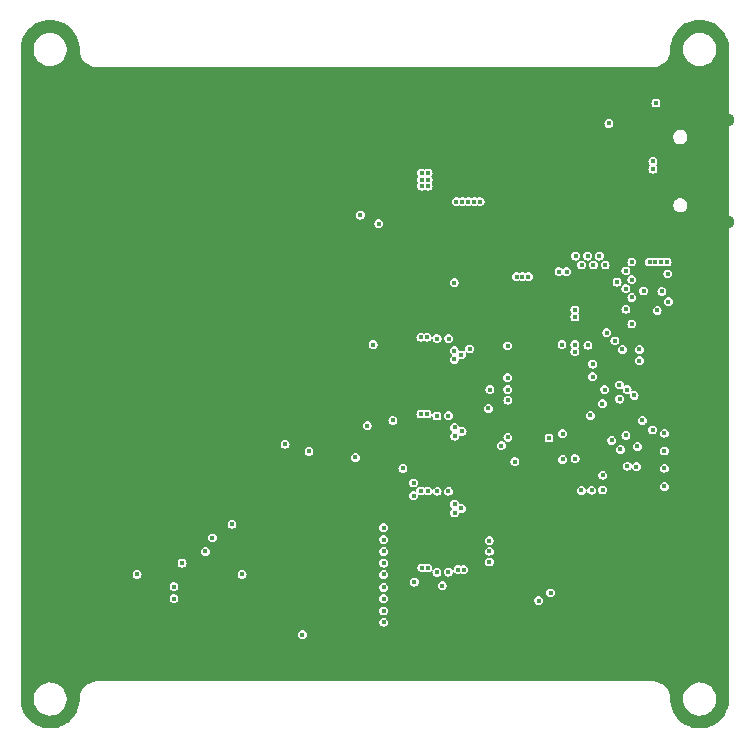
<source format=gbr>
%TF.GenerationSoftware,KiCad,Pcbnew,8.0.8*%
%TF.CreationDate,2025-05-20T22:02:41+02:00*%
%TF.ProjectId,Bernd_V1,4265726e-645f-4563-912e-6b696361645f,REV3*%
%TF.SameCoordinates,Original*%
%TF.FileFunction,Copper,L2,Inr*%
%TF.FilePolarity,Positive*%
%FSLAX46Y46*%
G04 Gerber Fmt 4.6, Leading zero omitted, Abs format (unit mm)*
G04 Created by KiCad (PCBNEW 8.0.8) date 2025-05-20 22:02:41*
%MOMM*%
%LPD*%
G01*
G04 APERTURE LIST*
%TA.AperFunction,ComponentPad*%
%ADD10O,2.000000X1.100000*%
%TD*%
%TA.AperFunction,ComponentPad*%
%ADD11O,1.800000X1.200000*%
%TD*%
%TA.AperFunction,ViaPad*%
%ADD12C,0.450000*%
%TD*%
G04 APERTURE END LIST*
D10*
%TO.N,GND*%
%TO.C,J3*%
X55324879Y42865006D03*
D11*
X59525032Y42865006D03*
D10*
X55324879Y51514994D03*
D11*
X59525032Y51514994D03*
%TD*%
D12*
%TO.N,GND*%
X59232051Y1500000D03*
X55767949Y1500000D03*
X55500000Y2500000D03*
X59500000Y2500000D03*
X56500000Y767949D03*
X55500000Y3500000D03*
X57500000Y500000D03*
X58500000Y767949D03*
X59500000Y3500000D03*
X4232051Y1500000D03*
X767949Y1500000D03*
X500000Y2500000D03*
X4500000Y2500000D03*
X1500000Y767949D03*
X500000Y3500000D03*
X2500000Y500000D03*
X3500000Y767949D03*
X4500000Y3500000D03*
X767949Y58500000D03*
X4232051Y58500000D03*
X4500000Y57500000D03*
X500000Y57500000D03*
X3500000Y59232051D03*
X4500000Y56500000D03*
X2500000Y59500000D03*
X1500000Y59232051D03*
X500000Y56500000D03*
X55767949Y58500000D03*
X56500000Y59232051D03*
X58500000Y59232051D03*
X59232051Y58500000D03*
X57500000Y59500000D03*
X59500000Y56500000D03*
X59500000Y57500000D03*
X55500000Y57500000D03*
X55500000Y56500000D03*
X59500000Y53500000D03*
X59500000Y52500000D03*
X59500000Y55500000D03*
X58500000Y55500000D03*
X57500000Y55500000D03*
X56500000Y55500000D03*
X55500000Y55500000D03*
X54500000Y55500000D03*
X59500000Y4500000D03*
X58500000Y4500000D03*
X57500000Y4500000D03*
X56500000Y4500000D03*
X55500000Y4500000D03*
X54500000Y4500000D03*
X500000Y4500000D03*
X1500000Y4500000D03*
X2500000Y4500000D03*
X3500000Y4500000D03*
X4500000Y4500000D03*
X5500000Y4500000D03*
X500000Y6500000D03*
X500000Y53500000D03*
X500000Y55500000D03*
X1500000Y55500000D03*
X2500000Y55500000D03*
X3500000Y55500000D03*
X4500000Y55500000D03*
X5500000Y55500000D03*
X13390000Y13460000D03*
X59500000Y10500000D03*
X15230000Y11500000D03*
X2500000Y28500000D03*
X51775000Y22650000D03*
X500000Y25500000D03*
X26370000Y21880000D03*
X57500000Y14500000D03*
X16200000Y53490000D03*
X7500000Y29500000D03*
X13670000Y53500000D03*
X6500000Y42500000D03*
X22770000Y42230000D03*
X14500000Y4500000D03*
X7500000Y7500000D03*
X6500000Y46500000D03*
X52800000Y15800000D03*
X46490000Y29750000D03*
X40738092Y22004489D03*
X29500000Y6500000D03*
X7500000Y51500000D03*
X30250000Y14500000D03*
X20500000Y4500000D03*
X11000000Y24030000D03*
X11110000Y30030000D03*
X5500000Y33500000D03*
X31500000Y6500000D03*
X47015001Y21286551D03*
X26260000Y32860000D03*
X4500000Y24500000D03*
X59500000Y39500000D03*
X59500000Y16500000D03*
X57500000Y30500000D03*
X32500000Y42500000D03*
X30330000Y43470000D03*
X5500000Y25500000D03*
X58000000Y50500000D03*
X58500000Y7500000D03*
X500000Y28500000D03*
X12500000Y4500000D03*
X6500000Y44500000D03*
X21260000Y26630000D03*
X8500000Y30500000D03*
X500000Y24500000D03*
X8500000Y4500000D03*
X45240000Y27250000D03*
X23900000Y21880000D03*
X44500000Y7500000D03*
X51400000Y14200000D03*
X35754998Y33339082D03*
X6500000Y50500000D03*
X49340000Y35450000D03*
X6500000Y52500000D03*
X42490000Y37000000D03*
X26500000Y18000000D03*
X4500000Y12500000D03*
X52500000Y4500000D03*
X7500000Y37500000D03*
X7500000Y25500000D03*
X58500000Y25500000D03*
X53432219Y46773486D03*
X38180000Y28750000D03*
X36500000Y55500000D03*
X12348199Y29991801D03*
X35500000Y53500000D03*
X58500000Y27500000D03*
X32500000Y38500000D03*
X59500000Y22500000D03*
X46490000Y27250000D03*
X3500000Y19500000D03*
X18710000Y8520000D03*
X30250000Y11500000D03*
X7500000Y27500000D03*
X23850000Y53500000D03*
X42970000Y19000000D03*
X47500000Y55500000D03*
X31250000Y17500000D03*
X59500000Y19500000D03*
X4500000Y26500000D03*
X31250000Y11500000D03*
X500000Y32500000D03*
X28880000Y27900000D03*
X29020000Y19960000D03*
X500000Y13500000D03*
X7500000Y23500000D03*
X34500000Y4500000D03*
X500000Y46500000D03*
X45240000Y29750000D03*
X4500000Y36500000D03*
X31250000Y16500000D03*
X40042281Y16460000D03*
X30500000Y50500000D03*
X46500000Y4500000D03*
X47500000Y4500000D03*
X50820000Y51980000D03*
X35270000Y18500000D03*
X26380000Y16500000D03*
X500000Y22500000D03*
X39000000Y21000000D03*
X500000Y18500000D03*
X59500000Y7500000D03*
X5500000Y23500000D03*
X12080000Y11520000D03*
X26500000Y55500000D03*
X500000Y20500000D03*
X2500000Y42500000D03*
X38781265Y27110000D03*
X5500000Y41500000D03*
X23860000Y44820000D03*
X12500000Y55500000D03*
X59500000Y36500000D03*
X29080000Y21470000D03*
X13680000Y51170000D03*
X13680000Y8500000D03*
X41500000Y14500000D03*
X29500000Y53500000D03*
X4500000Y40500000D03*
X29000000Y31000000D03*
X45500000Y6500000D03*
X35500000Y41500000D03*
X15500000Y55500000D03*
X37500000Y39500000D03*
X48500000Y9500000D03*
X7500000Y31500000D03*
X23500000Y4500000D03*
X500000Y50500000D03*
X5500000Y9500000D03*
X7500000Y11500000D03*
X48500000Y55500000D03*
X7500000Y4500000D03*
X4500000Y20500000D03*
X52250000Y33300000D03*
X26340000Y26630000D03*
X8500000Y38500000D03*
X35500000Y44500000D03*
X8500000Y6500000D03*
X59500000Y31500000D03*
X49500000Y55500000D03*
X45500000Y14500000D03*
X26390000Y53460000D03*
X4500000Y38500000D03*
X5500000Y35500000D03*
X28500000Y55500000D03*
X44500000Y15500000D03*
X35500000Y43500000D03*
X34500000Y50500000D03*
X500000Y29500000D03*
X58500000Y13500000D03*
X21310000Y53490000D03*
X1500000Y19500000D03*
X12230000Y24070000D03*
X31500000Y47500000D03*
X37500000Y4500000D03*
X31500000Y51500000D03*
X41240000Y31320000D03*
X21320000Y14510000D03*
X1500000Y29500000D03*
X5500000Y45500000D03*
X500000Y14500000D03*
X500000Y27500000D03*
X44993446Y38669535D03*
X58500000Y35500000D03*
X29500000Y51500000D03*
X46910000Y16930000D03*
X47740000Y52120000D03*
X45330000Y16940000D03*
X6500000Y14500000D03*
X47020000Y17970000D03*
X48330000Y51530000D03*
X11780000Y48000000D03*
X49500000Y12000000D03*
X46500000Y7500000D03*
X13480000Y24090000D03*
X19500000Y55500000D03*
X57500000Y24500000D03*
X41500000Y55500000D03*
X39281038Y15460082D03*
X41500000Y16500000D03*
X28810000Y8460000D03*
X17000000Y12500000D03*
X42500000Y9500000D03*
X59500000Y32500000D03*
X32790000Y32000000D03*
X58500000Y11500000D03*
X6500000Y4500000D03*
X39000000Y19500000D03*
X18590000Y24130000D03*
X20160000Y42030000D03*
X8500000Y26500000D03*
X47500000Y8500000D03*
X500000Y37500000D03*
X54500000Y29500000D03*
X13500000Y4500000D03*
X6500000Y10500000D03*
X26360000Y19690000D03*
X23800000Y32880000D03*
X16200000Y51170000D03*
X58500000Y15500000D03*
X56200000Y48400000D03*
X6500000Y12500000D03*
X500000Y34500000D03*
X48500000Y4500000D03*
X46500000Y55500000D03*
X26390000Y15530000D03*
X48750000Y27000000D03*
X15830000Y12530000D03*
X500000Y48500000D03*
X500000Y42500000D03*
X43500000Y43500000D03*
X37500000Y43500000D03*
X7500000Y41500000D03*
X59500000Y46500000D03*
X22540000Y36120000D03*
X16118199Y29931801D03*
X35729677Y26821178D03*
X15920000Y15560000D03*
X11010000Y8510000D03*
X43500000Y41500000D03*
X14853199Y29936801D03*
X14760000Y24100000D03*
X42990000Y37000000D03*
X33500000Y55500000D03*
X8500000Y46500000D03*
X18860000Y42030000D03*
X20500000Y18000000D03*
X5500000Y37500000D03*
X51500000Y6500000D03*
X6500000Y8500000D03*
X40740000Y33000000D03*
X500000Y12500000D03*
X24390000Y12590000D03*
X43500000Y6500000D03*
X41500000Y18500000D03*
X6500000Y18500000D03*
X31250000Y8500000D03*
X43500000Y4500000D03*
X20500000Y55500000D03*
X59500000Y26500000D03*
X8500000Y22500000D03*
X49500000Y8500000D03*
X5500000Y15500000D03*
X20550000Y24110000D03*
X52500000Y55500000D03*
X33500000Y4500000D03*
X7500000Y17500000D03*
X23500000Y55500000D03*
X26350000Y14480000D03*
X30140000Y22250000D03*
X32500000Y50500000D03*
X50500000Y4500000D03*
X30500000Y52500000D03*
X39290000Y16480000D03*
X59500000Y38500000D03*
X5500000Y29500000D03*
X29500000Y55500000D03*
X50510000Y39440000D03*
X500000Y10500000D03*
X59500000Y18500000D03*
X23840000Y39180000D03*
X57500000Y28500000D03*
X25350000Y36130000D03*
X59500000Y15500000D03*
X53067445Y25668950D03*
X46490000Y28500000D03*
X14873199Y36093199D03*
X8500000Y50500000D03*
X36500000Y52500000D03*
X33500000Y49500000D03*
X24500000Y55500000D03*
X17410000Y29930000D03*
X15500000Y4500000D03*
X57500000Y34500000D03*
X23860000Y10470000D03*
X59500000Y49500000D03*
X21500000Y11470000D03*
X54365227Y35773130D03*
X31500000Y55500000D03*
X3500000Y29500000D03*
X15023199Y42046801D03*
X45500000Y4500000D03*
X6500000Y36500000D03*
X500000Y39500000D03*
X7500000Y15500000D03*
X51500000Y4500000D03*
X52800000Y31600000D03*
X43500000Y8500000D03*
X59500000Y13500000D03*
X34500000Y55500000D03*
X16210000Y6540000D03*
X59500000Y9500000D03*
X23800000Y27900000D03*
X29347982Y26284379D03*
X8500000Y34500000D03*
X53500000Y4500000D03*
X5500000Y21500000D03*
X20500000Y12500000D03*
X59500000Y40500000D03*
X12328199Y36078199D03*
X6500000Y48500000D03*
X59500000Y28500000D03*
X30500000Y4500000D03*
X42500000Y55500000D03*
X32500000Y4500000D03*
X22500000Y55500000D03*
X53550000Y51090000D03*
X49500000Y13500000D03*
X43990000Y27250000D03*
X45610000Y20400000D03*
X4500000Y32500000D03*
X5500000Y13500000D03*
X26400000Y51160000D03*
X54510343Y21250000D03*
X23870000Y16520000D03*
X14500000Y12500000D03*
X59500000Y25500000D03*
X59500000Y23500000D03*
X3500000Y41500000D03*
X40060000Y35490000D03*
X8500000Y18500000D03*
X47500000Y14500000D03*
X21300000Y15520000D03*
X14410000Y48000000D03*
X29500000Y49500000D03*
X23140000Y12470000D03*
X42500000Y42500000D03*
X59500000Y37500000D03*
X22440000Y48000000D03*
X500000Y30500000D03*
X59500000Y8500000D03*
X7500000Y49500000D03*
X22000000Y18000000D03*
X8500000Y40500000D03*
X7500000Y33500000D03*
X41039956Y26199592D03*
X39500000Y55500000D03*
X25190000Y48420000D03*
X35235000Y38000000D03*
X44500000Y42500000D03*
X38500000Y55500000D03*
X4500000Y52500000D03*
X7500000Y21500000D03*
X57500000Y36600000D03*
X33500000Y51500000D03*
X59500000Y47500000D03*
X7500000Y39500000D03*
X21500000Y4500000D03*
X47015001Y22243529D03*
X9500000Y55500000D03*
X37500000Y55500000D03*
X8500000Y44500000D03*
X32500000Y46500000D03*
X500000Y8500000D03*
X59500000Y14500000D03*
X35500000Y49500000D03*
X1500000Y31500000D03*
X30250000Y8500000D03*
X53500000Y43180000D03*
X57000000Y46400000D03*
X21500000Y55500000D03*
X4500000Y30500000D03*
X2500000Y16500000D03*
X19410000Y48000000D03*
X44230000Y11340000D03*
X16500000Y4500000D03*
X21280000Y19600000D03*
X500000Y52500000D03*
X8500000Y32500000D03*
X13593199Y29956801D03*
X45500000Y16500000D03*
X50520000Y40530000D03*
X43990000Y28500000D03*
X11010000Y6550000D03*
X18750000Y10490000D03*
X57000000Y49500000D03*
X29500000Y4500000D03*
X4500000Y34500000D03*
X28500000Y4500000D03*
X18730000Y29940000D03*
X6500000Y38500000D03*
X5500000Y47500000D03*
X30250000Y12500000D03*
X24500000Y4500000D03*
X39500000Y4500000D03*
X19950000Y36120000D03*
X25500000Y55500000D03*
X16288199Y42031801D03*
X57500000Y40500000D03*
X40020000Y40120000D03*
X32750000Y25510000D03*
X11500000Y4500000D03*
X53500000Y42500000D03*
X26500000Y4500000D03*
X55500000Y6500000D03*
X21300000Y16520000D03*
X48820000Y19797820D03*
X16200000Y8530000D03*
X8500000Y28500000D03*
X38500000Y4500000D03*
X17500000Y55500000D03*
X8500000Y24500000D03*
X57500000Y32500000D03*
X26310000Y44830000D03*
X1500000Y43500000D03*
X40075769Y15462307D03*
X33500000Y53500000D03*
X52004862Y31638464D03*
X47920000Y19760000D03*
X3500000Y31500000D03*
X23870000Y14490000D03*
X9500000Y4500000D03*
X41500000Y4500000D03*
X52575000Y12975000D03*
X30250000Y16500000D03*
X25000000Y18000000D03*
X31250000Y9500000D03*
X33250000Y18500000D03*
X8500000Y10500000D03*
X23800000Y26630000D03*
X18500000Y55500000D03*
X8500000Y14500000D03*
X30150000Y27900000D03*
X21250000Y10500000D03*
X46500000Y15500000D03*
X31250000Y10500000D03*
X20000000Y11500000D03*
X5500000Y17500000D03*
X31250000Y14500000D03*
X57500000Y18500000D03*
X49268199Y20818199D03*
X34500000Y52500000D03*
X57500000Y26500000D03*
X4500000Y10500000D03*
X8500000Y16500000D03*
X53440000Y48610000D03*
X6500000Y32500000D03*
X39296395Y14550000D03*
X50175000Y34025000D03*
X13756801Y42053199D03*
X21310000Y51170000D03*
X5500000Y31500000D03*
X31500000Y53500000D03*
X49500000Y4500000D03*
X19500000Y4500000D03*
X53500000Y6500000D03*
X23860000Y15500000D03*
X31500000Y45500000D03*
X500000Y45500000D03*
X21250000Y8530000D03*
X18700000Y6520000D03*
X44500000Y55500000D03*
X21260000Y27900000D03*
X59500000Y20500000D03*
X42500000Y15500000D03*
X31250000Y21000000D03*
X59500000Y21500000D03*
X53550000Y50410000D03*
X23860000Y8540003D03*
X31250000Y15500000D03*
X500000Y40500000D03*
X6500000Y28500000D03*
X22690000Y30280000D03*
X18680000Y36110000D03*
X58500000Y29500000D03*
X32240000Y33120000D03*
X57500000Y8500000D03*
X29860000Y33120000D03*
X59500000Y29500000D03*
X30250000Y13500000D03*
X33240000Y13200000D03*
X53140000Y28550000D03*
X59500000Y12500000D03*
X45500000Y55500000D03*
X58500000Y39500000D03*
X31250000Y12500000D03*
X3500000Y17500000D03*
X17320000Y24120000D03*
X30250000Y10500000D03*
X43990000Y29750000D03*
X8500000Y48500000D03*
X25500000Y4500000D03*
X54500000Y17500000D03*
X31500000Y43500000D03*
X21300000Y39180000D03*
X14500000Y55500000D03*
X5500000Y39500000D03*
X43500000Y16500000D03*
X8500000Y42500000D03*
X2500000Y40500000D03*
X53500000Y41000000D03*
X3500000Y53500000D03*
X31500000Y39500000D03*
X51730227Y24355227D03*
X33000000Y20250000D03*
X50500000Y55500000D03*
X26310000Y10470000D03*
X11130000Y51170000D03*
X25580000Y12580000D03*
X5500000Y11500000D03*
X4500000Y44500000D03*
X8500000Y20500000D03*
X59500000Y33500000D03*
X26310000Y8540000D03*
X500000Y41500000D03*
X2500000Y30500000D03*
X6500000Y24500000D03*
X49500000Y6500000D03*
X6500000Y22500000D03*
X58500000Y23500000D03*
X52575000Y27650000D03*
X53560000Y51780000D03*
X4500000Y28500000D03*
X30250000Y9500000D03*
X41500000Y8500000D03*
X45500000Y8500000D03*
X4500000Y14500000D03*
X16900000Y47990000D03*
X500000Y51500000D03*
X18750000Y51170000D03*
X59500000Y44500000D03*
X26310000Y6530000D03*
X11170699Y42049301D03*
X9690000Y30040000D03*
X30500000Y48500000D03*
X2500000Y6500000D03*
X3500000Y7500000D03*
X5500000Y7500000D03*
X29000000Y34000000D03*
X58500000Y9500000D03*
X4500000Y48500000D03*
X2500000Y52500000D03*
X5500000Y27500000D03*
X51500000Y55500000D03*
X43850000Y20310000D03*
X53500000Y8500000D03*
X7500000Y55500000D03*
X40000000Y22000000D03*
X42500000Y4500000D03*
X4500000Y6500000D03*
X4500000Y22500000D03*
X21250000Y6500000D03*
X56500000Y7500000D03*
X37500000Y41500000D03*
X11760000Y12660000D03*
X43500000Y14500000D03*
X57000000Y47800000D03*
X31360000Y22940000D03*
X500000Y31500000D03*
X31250000Y13500000D03*
X7500000Y43500000D03*
X31500000Y49500000D03*
X23500000Y18000000D03*
X4500000Y18500000D03*
X4500000Y42500000D03*
X30250000Y15500000D03*
X10500000Y4500000D03*
X59500000Y11500000D03*
X11140000Y53490000D03*
X41500000Y10500000D03*
X8500000Y8500000D03*
X37990000Y31510000D03*
X1500000Y17500000D03*
X53510000Y43870000D03*
X500000Y16500000D03*
X500000Y9500000D03*
X500000Y15500000D03*
X6500000Y6500000D03*
X7500000Y47500000D03*
X21270000Y21880000D03*
X36500000Y42500000D03*
X50500000Y7500000D03*
X40500000Y55500000D03*
X28740000Y42750000D03*
X57920000Y53480000D03*
X17500000Y4500000D03*
X59500000Y24500000D03*
X59500000Y27500000D03*
X52500000Y7500000D03*
X58500000Y33500000D03*
X2500000Y18500000D03*
X16023199Y24113199D03*
X500000Y44500000D03*
X6500000Y20500000D03*
X58500000Y31500000D03*
X35500000Y55500000D03*
X18750000Y53460000D03*
X58500000Y21500000D03*
X500000Y35500000D03*
X59500000Y41500000D03*
X43500000Y55500000D03*
X500000Y21500000D03*
X40500000Y4500000D03*
X59500000Y45500000D03*
X23820000Y23020000D03*
X51500000Y8500000D03*
X54500000Y19500000D03*
X7480000Y53470000D03*
X7500000Y19500000D03*
X57500000Y20500000D03*
X32500000Y52500000D03*
X500000Y47500000D03*
X57000000Y51500000D03*
X17450000Y17700000D03*
X35750584Y12879218D03*
X32500000Y44500000D03*
X28850000Y10480000D03*
X57500000Y16500000D03*
X53500000Y55500000D03*
X7500000Y9500000D03*
X59500000Y50500000D03*
X57500000Y12500000D03*
X13610000Y36080000D03*
X54500000Y24250000D03*
X16123199Y36113199D03*
X35215000Y34000000D03*
X22500000Y4500000D03*
X58500000Y37500000D03*
X35235000Y31500000D03*
X27500000Y4500000D03*
X13680000Y6570000D03*
X13430000Y11490000D03*
X41990000Y37000000D03*
X35729414Y13570781D03*
X54500000Y7500000D03*
X22060000Y12490000D03*
X35660000Y20550000D03*
X35500000Y46500000D03*
X35500000Y4500000D03*
X38220000Y25900000D03*
X59500000Y35500000D03*
X23860000Y51160000D03*
X18500000Y11500000D03*
X7500000Y45500000D03*
X59500000Y48500000D03*
X11070000Y36060000D03*
X500000Y36500000D03*
X27500000Y55500000D03*
X26340000Y27900000D03*
X59500000Y34500000D03*
X18500000Y4500000D03*
X46870000Y38680000D03*
X18300000Y12550000D03*
X500000Y11500000D03*
X8500000Y36500000D03*
X4500000Y46500000D03*
X57500000Y38500000D03*
X49340000Y34850000D03*
X31500000Y41500000D03*
X39500000Y21500000D03*
X58500000Y41500000D03*
X32500000Y40500000D03*
X26380000Y39180000D03*
X48500000Y15500000D03*
X50500000Y9500000D03*
X12470000Y42050000D03*
X6500000Y30500000D03*
X30500000Y55500000D03*
X7500000Y35500000D03*
X5500000Y49500000D03*
X500000Y7500000D03*
X6500000Y34500000D03*
X22971801Y23571801D03*
X56200000Y47100000D03*
X16500000Y55500000D03*
X13500000Y55500000D03*
X500000Y33500000D03*
X35500000Y51500000D03*
X58500000Y19500000D03*
X5500000Y51500000D03*
X35270000Y25000000D03*
X40750000Y17500000D03*
X44500000Y4500000D03*
X6500000Y26500000D03*
X5500000Y43500000D03*
X4500000Y50500000D03*
X23880000Y19610000D03*
X38500000Y19000000D03*
X9860000Y42030000D03*
X17000000Y11500000D03*
X500000Y43500000D03*
X5490000Y53500000D03*
X5500000Y19500000D03*
X58000000Y48500000D03*
X4500000Y16500000D03*
X23860000Y7330000D03*
X58500000Y17500000D03*
X10500000Y55500000D03*
X6500000Y40500000D03*
X500000Y19500000D03*
X20500000Y30000000D03*
X57500000Y22500000D03*
X8500000Y12500000D03*
X6500000Y55500000D03*
X17570000Y42030000D03*
X500000Y17500000D03*
X500000Y38500000D03*
X33775000Y11125000D03*
X40500000Y9500000D03*
X40085415Y14560000D03*
X11500000Y55500000D03*
X500000Y23500000D03*
X4500000Y8500000D03*
X57500000Y6500000D03*
X500000Y26500000D03*
X17403199Y36113199D03*
X8500000Y52500000D03*
X10410000Y12650000D03*
X9370000Y12640000D03*
X7500000Y13500000D03*
X6500000Y16500000D03*
X30150000Y31710000D03*
X29080000Y22980000D03*
X8500000Y55500000D03*
X59500000Y17500000D03*
X45240000Y28500000D03*
X32500000Y55500000D03*
X31500000Y4500000D03*
X58510000Y52820000D03*
X36500000Y4500000D03*
X1500000Y41500000D03*
X3500000Y43500000D03*
X47500000Y12000000D03*
X59500000Y30500000D03*
X57500000Y10500000D03*
X19200000Y12550000D03*
X44560000Y36350000D03*
X500000Y49500000D03*
%TO.N,+3V3*%
X41240000Y32400000D03*
X48040000Y32450000D03*
X51250000Y35500000D03*
X50050000Y24400000D03*
X41255000Y24658750D03*
X36715000Y31250000D03*
X36715000Y32000000D03*
X53790000Y52960000D03*
X48430000Y29790000D03*
X51750000Y39500000D03*
X45840000Y32500000D03*
X36750000Y18250000D03*
X47000000Y40000000D03*
X48500000Y39250000D03*
X50325000Y32825000D03*
X40705000Y23958750D03*
X51750000Y36500000D03*
X49638199Y33511801D03*
X51250000Y38750000D03*
X48425000Y30850000D03*
X51750000Y34250000D03*
X36750000Y19000000D03*
X51951445Y28193716D03*
X50775000Y23625000D03*
X42990000Y38250000D03*
X50500000Y37800000D03*
X42490000Y38250000D03*
X36750000Y24750000D03*
X54300000Y37000000D03*
X37310000Y18640000D03*
X41240000Y29700000D03*
X47500000Y39250000D03*
X41255000Y27800000D03*
X49500000Y39250000D03*
X51750000Y38000000D03*
X37530000Y13440000D03*
X50950000Y32100000D03*
X37310000Y31640000D03*
X44740000Y24600000D03*
X51250000Y37250000D03*
X36715000Y37750000D03*
X41990000Y38250000D03*
X37380000Y25160000D03*
X48000000Y40000000D03*
X36750000Y25500000D03*
X49810000Y51240000D03*
X49000000Y40000000D03*
X37043062Y13440000D03*
%TO.N,+1V1*%
X46940000Y31900000D03*
X46940000Y35450000D03*
X45889898Y22790051D03*
X39740000Y28700027D03*
X46940000Y32500000D03*
X49450000Y28700000D03*
X41240000Y28700000D03*
X51350000Y28699898D03*
X46940000Y34850000D03*
X45900000Y24960000D03*
%TO.N,MCU_OE*%
X36230000Y13240000D03*
X49275000Y21445000D03*
%TO.N,MCU_R32*%
X36230000Y26490000D03*
X39595129Y27110000D03*
%TO.N,MCU_LAT*%
X49270330Y20194312D03*
X39695177Y14101697D03*
%TO.N,MCU_G21*%
X38020000Y32135311D03*
X36250000Y33000000D03*
%TO.N,MCU_E*%
X47470000Y20160000D03*
X39677145Y15910750D03*
%TO.N,MCU_B42*%
X41855764Y22589367D03*
X36230000Y20090000D03*
%TO.N,HUB_CLK*%
X12990000Y12000000D03*
X30750000Y11950000D03*
%TO.N,HUB_C*%
X15650000Y15000000D03*
X30750000Y15000000D03*
%TO.N,HUB_G11*%
X28760000Y43470000D03*
X30330000Y42740000D03*
%TO.N,HUB_OE*%
X9859982Y13050000D03*
X33330000Y12400000D03*
X30750000Y9950000D03*
X35250000Y13210000D03*
%TO.N,HUB_LAT*%
X30750000Y11000000D03*
X12990000Y11000000D03*
%TO.N,HUB_E*%
X30750000Y13050000D03*
X18750000Y13050000D03*
%TO.N,HUB_A*%
X30750000Y17000000D03*
X17900000Y17300000D03*
%TO.N,HUB_D*%
X30750000Y14000000D03*
X13670000Y14000000D03*
%TO.N,HUB_B*%
X16240000Y16140000D03*
X30750000Y16000000D03*
%TO.N,HUB_G21*%
X29850000Y32500000D03*
X35260000Y33000000D03*
%TO.N,HUB_B32*%
X22390000Y24070000D03*
X24420000Y23470000D03*
%TO.N,HUB_R32*%
X31530000Y26080000D03*
X35247042Y26464720D03*
%TO.N,HUB_G31*%
X28350000Y22960000D03*
X29350000Y25650000D03*
%TO.N,HUB_G42*%
X33271472Y20785075D03*
X23860000Y7940000D03*
%TO.N,HUB_G41*%
X30750000Y9000000D03*
X32375000Y22025000D03*
%TO.N,HUB_B42*%
X35272890Y20091580D03*
X33268329Y19713341D03*
%TO.N,+5V*%
X33984894Y13600000D03*
X34456938Y20110000D03*
X34500000Y45925000D03*
X34403507Y33132489D03*
X34500000Y47025000D03*
X33950000Y46475000D03*
X34400509Y26629491D03*
X33900000Y33130000D03*
X34456938Y13590000D03*
X33950000Y47025000D03*
X33881935Y20110000D03*
X33900000Y26630000D03*
X33950000Y45925000D03*
X34500000Y46475000D03*
%TO.N,MCU_CLK*%
X39679662Y15011638D03*
X48349471Y20178996D03*
%TO.N,RESET_PORT*%
X35700000Y12100000D03*
X54800000Y38498094D03*
%TO.N,USB_PORT_DP*%
X53541783Y48016600D03*
X45593400Y38677170D03*
%TO.N,USB_PORT_DN*%
X46246600Y38677170D03*
X53541783Y47363400D03*
%TO.N,EXT_03*%
X51364633Y22212276D03*
X51250000Y24825000D03*
%TO.N,EXT_08*%
X53520000Y25275000D03*
X54500000Y22040000D03*
%TO.N,EXT_09*%
X54500000Y23498865D03*
X50717793Y27890000D03*
%TO.N,EXT_04*%
X52143366Y22176387D03*
X52225000Y23875000D03*
%TO.N,EXT_10*%
X50704976Y29099948D03*
X54500000Y25000000D03*
%TO.N,EXT_07*%
X52643180Y26093218D03*
X54500000Y20510000D03*
%TO.N,DIO_PORT*%
X54840000Y36140000D03*
X49250000Y27500000D03*
%TO.N,CLK_PORT*%
X48250000Y26500000D03*
X53897170Y35397730D03*
%TO.N,/RUN*%
X46950000Y22840000D03*
X52750000Y37050000D03*
%TO.N,VDBG*%
X54250000Y39500000D03*
X53750000Y39500000D03*
X53250000Y39500000D03*
X37400000Y44600000D03*
X54750000Y39500000D03*
X36900000Y44600000D03*
X38900000Y44600000D03*
X37900000Y44600000D03*
X38400000Y44600000D03*
%TO.N,SDA_NODE*%
X44870000Y11490000D03*
X52400000Y31149898D03*
%TO.N,SCL_NODE*%
X52401693Y32088494D03*
X43870000Y10830000D03*
%TD*%
%TA.AperFunction,Conductor*%
%TO.N,GND*%
G36*
X2541597Y59999855D02*
G01*
X2809010Y59983031D01*
X2818206Y59981869D01*
X3117771Y59924724D01*
X3126759Y59922416D01*
X3416799Y59828176D01*
X3425424Y59824761D01*
X3701369Y59694911D01*
X3709503Y59690440D01*
X3966991Y59527033D01*
X3974496Y59521581D01*
X4181771Y59350108D01*
X4209471Y59327192D01*
X4216246Y59320830D01*
X4425001Y59098528D01*
X4430924Y59091368D01*
X4610167Y58844662D01*
X4615147Y58836816D01*
X4762064Y58569575D01*
X4766020Y58561166D01*
X4801931Y58470466D01*
X4875210Y58285383D01*
X4878277Y58277638D01*
X4881149Y58268800D01*
X4956986Y57973431D01*
X4958728Y57964302D01*
X4997022Y57661168D01*
X4997596Y57653056D01*
X4999997Y57500145D01*
X5002312Y57382129D01*
X5039189Y57149294D01*
X5039192Y57149281D01*
X5112035Y56925093D01*
X5219061Y56715041D01*
X5219368Y56714618D01*
X5357628Y56524322D01*
X5524322Y56357628D01*
X5715040Y56219062D01*
X5925087Y56112038D01*
X5925089Y56112038D01*
X5925092Y56112036D01*
X6149280Y56039193D01*
X6149286Y56039192D01*
X6149291Y56039190D01*
X6382129Y56002312D01*
X6500000Y56000000D01*
X53499989Y56000000D01*
X53500000Y56000000D01*
X53617871Y56002312D01*
X53850709Y56039190D01*
X53850716Y56039193D01*
X53850719Y56039193D01*
X54074907Y56112036D01*
X54074907Y56112037D01*
X54074913Y56112038D01*
X54284960Y56219062D01*
X54475678Y56357628D01*
X54642372Y56524322D01*
X54780938Y56715040D01*
X54887962Y56925087D01*
X54959932Y57146588D01*
X54960807Y57149281D01*
X54960807Y57149284D01*
X54960810Y57149291D01*
X54997688Y57382129D01*
X54999690Y57484231D01*
X55000000Y57500005D01*
X56097469Y57500005D01*
X56097469Y57500000D01*
X56117642Y57262975D01*
X56117642Y57262972D01*
X56117643Y57262971D01*
X56177585Y57032761D01*
X56275571Y56815993D01*
X56408781Y56618902D01*
X56408785Y56618898D01*
X56573380Y56447161D01*
X56573383Y56447159D01*
X56764643Y56305704D01*
X56872588Y56251280D01*
X56977056Y56198607D01*
X57204509Y56128950D01*
X57204516Y56128948D01*
X57440475Y56098733D01*
X57678146Y56108829D01*
X57910693Y56158947D01*
X58131425Y56247644D01*
X58333991Y56372369D01*
X58512566Y56529534D01*
X58662010Y56714618D01*
X58778026Y56922296D01*
X58857275Y57146593D01*
X58897478Y57381057D01*
X58900000Y57500000D01*
X58897478Y57618943D01*
X58857275Y57853407D01*
X58778026Y58077704D01*
X58718642Y58184007D01*
X58662012Y58285379D01*
X58662009Y58285383D01*
X58512565Y58470467D01*
X58333992Y58627631D01*
X58225715Y58694299D01*
X58131425Y58752356D01*
X58009389Y58801394D01*
X57910694Y58841053D01*
X57910691Y58841054D01*
X57742031Y58877403D01*
X57678146Y58891171D01*
X57678144Y58891172D01*
X57678138Y58891172D01*
X57440479Y58901268D01*
X57245858Y58876346D01*
X57204516Y58871052D01*
X57204515Y58871052D01*
X57204509Y58871051D01*
X56977056Y58801394D01*
X56764648Y58694299D01*
X56764646Y58694298D01*
X56573380Y58552840D01*
X56408785Y58381103D01*
X56408783Y58381101D01*
X56408781Y58381098D01*
X56332881Y58268800D01*
X56275572Y58184009D01*
X56177585Y57967241D01*
X56177584Y57967236D01*
X56117642Y57737026D01*
X56097469Y57500005D01*
X55000000Y57500005D01*
X55000003Y57500145D01*
X55002403Y57653056D01*
X55002977Y57661168D01*
X55041271Y57964302D01*
X55043013Y57973431D01*
X55118855Y58268816D01*
X55121716Y58277622D01*
X55233983Y58561175D01*
X55237930Y58569567D01*
X55384857Y58836825D01*
X55389826Y58844654D01*
X55569084Y59091379D01*
X55574988Y59098518D01*
X55783759Y59320837D01*
X55790521Y59327186D01*
X56025511Y59521587D01*
X56033000Y59527028D01*
X56290503Y59690444D01*
X56298623Y59694908D01*
X56574580Y59824764D01*
X56583194Y59828174D01*
X56873243Y59922417D01*
X56882224Y59924723D01*
X57181795Y59981869D01*
X57190987Y59983031D01*
X57458402Y59999855D01*
X57463048Y60000000D01*
X57536952Y60000000D01*
X57541597Y59999855D01*
X57809010Y59983031D01*
X57818206Y59981869D01*
X58117771Y59924724D01*
X58126759Y59922416D01*
X58416799Y59828176D01*
X58425424Y59824761D01*
X58701369Y59694911D01*
X58709503Y59690440D01*
X58966991Y59527033D01*
X58974496Y59521581D01*
X59181771Y59350108D01*
X59209471Y59327192D01*
X59216246Y59320830D01*
X59425001Y59098528D01*
X59430924Y59091368D01*
X59610167Y58844662D01*
X59615147Y58836816D01*
X59762064Y58569575D01*
X59766020Y58561166D01*
X59801931Y58470466D01*
X59875210Y58285383D01*
X59878277Y58277638D01*
X59881149Y58268800D01*
X59956986Y57973431D01*
X59958728Y57964302D01*
X59997022Y57661168D01*
X59997596Y57653056D01*
X59999991Y57500574D01*
X60000000Y57499412D01*
X60000000Y2500588D01*
X59999991Y2499426D01*
X59997596Y2346944D01*
X59997022Y2338832D01*
X59958728Y2035698D01*
X59956986Y2026569D01*
X59881149Y1731200D01*
X59878277Y1722362D01*
X59766020Y1438834D01*
X59762064Y1430425D01*
X59615147Y1163184D01*
X59610167Y1155338D01*
X59430924Y908632D01*
X59425001Y901472D01*
X59216246Y679170D01*
X59209471Y672808D01*
X58974502Y478424D01*
X58966984Y472962D01*
X58709507Y309563D01*
X58701364Y305086D01*
X58425432Y175242D01*
X58416791Y171821D01*
X58126766Y77586D01*
X58117765Y75275D01*
X57818218Y18133D01*
X57808999Y16968D01*
X57541628Y146D01*
X57536981Y0D01*
X57463019Y0D01*
X57458372Y146D01*
X57191000Y16968D01*
X57181781Y18133D01*
X56882234Y75275D01*
X56873233Y77586D01*
X56583208Y171821D01*
X56574567Y175242D01*
X56298635Y305086D01*
X56290492Y309563D01*
X56255627Y331689D01*
X56033011Y472965D01*
X56025501Y478421D01*
X55790528Y672808D01*
X55783753Y679170D01*
X55574998Y901472D01*
X55569075Y908632D01*
X55569074Y908633D01*
X55389831Y1155339D01*
X55384852Y1163184D01*
X55384851Y1163185D01*
X55237934Y1430427D01*
X55233979Y1438834D01*
X55230682Y1447161D01*
X55121718Y1722373D01*
X55118853Y1731189D01*
X55043013Y2026570D01*
X55041272Y2035697D01*
X55002977Y2338831D01*
X55002403Y2346928D01*
X55000000Y2499999D01*
X55000000Y2500005D01*
X56097469Y2500005D01*
X56097469Y2500000D01*
X56117642Y2262975D01*
X56117642Y2262972D01*
X56117643Y2262971D01*
X56147946Y2146593D01*
X56177584Y2032765D01*
X56177585Y2032760D01*
X56180384Y2026569D01*
X56275571Y1815993D01*
X56408781Y1618902D01*
X56408785Y1618898D01*
X56573380Y1447161D01*
X56596009Y1430425D01*
X56764643Y1305704D01*
X56872588Y1251280D01*
X56977056Y1198607D01*
X57118344Y1155338D01*
X57204516Y1128948D01*
X57440475Y1098733D01*
X57678146Y1108829D01*
X57910693Y1158947D01*
X58131425Y1247644D01*
X58333991Y1372369D01*
X58512566Y1529534D01*
X58662010Y1714618D01*
X58778026Y1922296D01*
X58857275Y2146593D01*
X58897478Y2381057D01*
X58900000Y2500000D01*
X58897478Y2618943D01*
X58857275Y2853407D01*
X58778026Y3077704D01*
X58718642Y3184007D01*
X58662012Y3285379D01*
X58662009Y3285383D01*
X58512565Y3470467D01*
X58333992Y3627631D01*
X58225715Y3694299D01*
X58131425Y3752356D01*
X58009389Y3801394D01*
X57910694Y3841053D01*
X57910691Y3841054D01*
X57742031Y3877403D01*
X57678146Y3891171D01*
X57678144Y3891172D01*
X57678138Y3891172D01*
X57440479Y3901268D01*
X57245858Y3876346D01*
X57204516Y3871052D01*
X57204515Y3871052D01*
X57204509Y3871051D01*
X56977056Y3801394D01*
X56764648Y3694299D01*
X56764646Y3694298D01*
X56573380Y3552840D01*
X56408785Y3381103D01*
X56408783Y3381101D01*
X56408781Y3381098D01*
X56343846Y3285023D01*
X56275572Y3184009D01*
X56177585Y2967241D01*
X56177584Y2967236D01*
X56117642Y2737026D01*
X56097469Y2500005D01*
X55000000Y2500005D01*
X54997808Y2617879D01*
X54960927Y2850737D01*
X54960925Y2850742D01*
X54960924Y2850748D01*
X54888075Y3074953D01*
X54888073Y3074956D01*
X54888073Y3074958D01*
X54781072Y3284960D01*
X54781040Y3285023D01*
X54642467Y3475752D01*
X54642466Y3475753D01*
X54642464Y3475756D01*
X54475756Y3642463D01*
X54475753Y3642466D01*
X54475751Y3642467D01*
X54285025Y3781039D01*
X54285019Y3781042D01*
X54074961Y3888073D01*
X54074956Y3888075D01*
X53850748Y3960924D01*
X53850735Y3960927D01*
X53617876Y3997808D01*
X53500011Y4000000D01*
X53500000Y4000000D01*
X6500000Y4000000D01*
X6391951Y3997881D01*
X6382128Y3997688D01*
X6149293Y3960811D01*
X6149280Y3960808D01*
X5925092Y3887965D01*
X5715040Y3780939D01*
X5524326Y3642376D01*
X5357624Y3475674D01*
X5219061Y3284960D01*
X5112035Y3074908D01*
X5039192Y2850720D01*
X5039189Y2850707D01*
X5002312Y2617872D01*
X4999997Y2499855D01*
X4997596Y2346945D01*
X4997022Y2338833D01*
X4958728Y2035699D01*
X4956986Y2026570D01*
X4881149Y1731201D01*
X4878277Y1722363D01*
X4766020Y1438835D01*
X4762064Y1430426D01*
X4615147Y1163185D01*
X4610167Y1155339D01*
X4430924Y908633D01*
X4425001Y901473D01*
X4216246Y679171D01*
X4209471Y672809D01*
X3974502Y478425D01*
X3966984Y472963D01*
X3709507Y309564D01*
X3701364Y305087D01*
X3425432Y175243D01*
X3416791Y171822D01*
X3126766Y77587D01*
X3117765Y75276D01*
X2818218Y18134D01*
X2808999Y16969D01*
X2541612Y146D01*
X2536965Y0D01*
X2463035Y0D01*
X2458388Y146D01*
X2191000Y16969D01*
X2181781Y18134D01*
X1882234Y75276D01*
X1873233Y77587D01*
X1583208Y171822D01*
X1574567Y175243D01*
X1298635Y305087D01*
X1290492Y309564D01*
X1033017Y472962D01*
X1033011Y472966D01*
X1025501Y478422D01*
X790528Y672809D01*
X783753Y679171D01*
X574998Y901473D01*
X569075Y908633D01*
X389832Y1155339D01*
X384852Y1163185D01*
X237935Y1430426D01*
X233980Y1438832D01*
X121718Y1722374D01*
X118853Y1731190D01*
X43013Y2026570D01*
X41271Y2035699D01*
X2977Y2338833D01*
X2403Y2346945D01*
X9Y2499427D01*
X5Y2500005D01*
X1097469Y2500005D01*
X1097469Y2500000D01*
X1117642Y2262975D01*
X1117642Y2262972D01*
X1117643Y2262971D01*
X1147946Y2146593D01*
X1177584Y2032765D01*
X1177585Y2032760D01*
X1180384Y2026569D01*
X1275571Y1815993D01*
X1408781Y1618902D01*
X1408785Y1618898D01*
X1573380Y1447161D01*
X1596009Y1430425D01*
X1764643Y1305704D01*
X1872588Y1251280D01*
X1977056Y1198607D01*
X2118344Y1155338D01*
X2204516Y1128948D01*
X2440475Y1098733D01*
X2678146Y1108829D01*
X2910693Y1158947D01*
X3131425Y1247644D01*
X3333991Y1372369D01*
X3512566Y1529534D01*
X3662010Y1714618D01*
X3778026Y1922296D01*
X3857275Y2146593D01*
X3897478Y2381057D01*
X3900000Y2500000D01*
X3897478Y2618943D01*
X3857275Y2853407D01*
X3778026Y3077704D01*
X3718642Y3184007D01*
X3662012Y3285379D01*
X3662009Y3285383D01*
X3512565Y3470467D01*
X3333992Y3627631D01*
X3225715Y3694299D01*
X3131425Y3752356D01*
X3009389Y3801394D01*
X2910694Y3841053D01*
X2910691Y3841054D01*
X2742031Y3877403D01*
X2678146Y3891171D01*
X2678144Y3891172D01*
X2678138Y3891172D01*
X2440479Y3901268D01*
X2245858Y3876346D01*
X2204516Y3871052D01*
X2204515Y3871052D01*
X2204509Y3871051D01*
X1977056Y3801394D01*
X1764648Y3694299D01*
X1764646Y3694298D01*
X1573380Y3552840D01*
X1408785Y3381103D01*
X1408783Y3381101D01*
X1408781Y3381098D01*
X1343846Y3285023D01*
X1275572Y3184009D01*
X1177585Y2967241D01*
X1177584Y2967236D01*
X1117642Y2737026D01*
X1097469Y2500005D01*
X5Y2500005D01*
X0Y2500589D01*
X0Y7940000D01*
X23479819Y7940000D01*
X23498426Y7822518D01*
X23498426Y7822517D01*
X23525941Y7768516D01*
X23552427Y7716535D01*
X23636535Y7632427D01*
X23742518Y7578426D01*
X23860000Y7559819D01*
X23977482Y7578426D01*
X24083465Y7632427D01*
X24167573Y7716535D01*
X24221574Y7822518D01*
X24240181Y7940000D01*
X24221574Y8057482D01*
X24167573Y8163465D01*
X24083465Y8247573D01*
X24031484Y8274059D01*
X23977483Y8301574D01*
X23860000Y8320181D01*
X23742517Y8301574D01*
X23742516Y8301574D01*
X23636533Y8247572D01*
X23552428Y8163467D01*
X23498426Y8057484D01*
X23498426Y8057483D01*
X23479819Y7940000D01*
X0Y7940000D01*
X0Y9000000D01*
X30369819Y9000000D01*
X30388426Y8882518D01*
X30388426Y8882517D01*
X30415941Y8828516D01*
X30442427Y8776535D01*
X30526535Y8692427D01*
X30632518Y8638426D01*
X30750000Y8619819D01*
X30867482Y8638426D01*
X30973465Y8692427D01*
X31057573Y8776535D01*
X31111574Y8882518D01*
X31130181Y9000000D01*
X31111574Y9117482D01*
X31057573Y9223465D01*
X30973465Y9307573D01*
X30921484Y9334059D01*
X30867483Y9361574D01*
X30750000Y9380181D01*
X30632517Y9361574D01*
X30632516Y9361574D01*
X30526533Y9307572D01*
X30442428Y9223467D01*
X30388426Y9117484D01*
X30388426Y9117483D01*
X30369819Y9000000D01*
X0Y9000000D01*
X0Y9950000D01*
X30369819Y9950000D01*
X30388426Y9832518D01*
X30388426Y9832517D01*
X30415941Y9778516D01*
X30442427Y9726535D01*
X30526535Y9642427D01*
X30632518Y9588426D01*
X30750000Y9569819D01*
X30867482Y9588426D01*
X30973465Y9642427D01*
X31057573Y9726535D01*
X31111574Y9832518D01*
X31130181Y9950000D01*
X31111574Y10067482D01*
X31057573Y10173465D01*
X30973465Y10257573D01*
X30921484Y10284059D01*
X30867483Y10311574D01*
X30750000Y10330181D01*
X30632517Y10311574D01*
X30632516Y10311574D01*
X30526533Y10257572D01*
X30442428Y10173467D01*
X30388426Y10067484D01*
X30388426Y10067483D01*
X30369819Y9950000D01*
X0Y9950000D01*
X0Y11000000D01*
X12609819Y11000000D01*
X12628426Y10882518D01*
X12628426Y10882517D01*
X12655185Y10830000D01*
X12682427Y10776535D01*
X12766535Y10692427D01*
X12872518Y10638426D01*
X12990000Y10619819D01*
X13107482Y10638426D01*
X13213465Y10692427D01*
X13297573Y10776535D01*
X13351574Y10882518D01*
X13370181Y11000000D01*
X30369819Y11000000D01*
X30388426Y10882518D01*
X30388426Y10882517D01*
X30415185Y10830000D01*
X30442427Y10776535D01*
X30526535Y10692427D01*
X30632518Y10638426D01*
X30750000Y10619819D01*
X30867482Y10638426D01*
X30973465Y10692427D01*
X31057573Y10776535D01*
X31084815Y10830000D01*
X43489819Y10830000D01*
X43508426Y10712518D01*
X43508426Y10712517D01*
X43518662Y10692429D01*
X43562427Y10606535D01*
X43646535Y10522427D01*
X43752518Y10468426D01*
X43870000Y10449819D01*
X43987482Y10468426D01*
X44093465Y10522427D01*
X44177573Y10606535D01*
X44231574Y10712518D01*
X44250181Y10830000D01*
X44231574Y10947482D01*
X44177573Y11053465D01*
X44093465Y11137573D01*
X44041484Y11164059D01*
X43987483Y11191574D01*
X43870000Y11210181D01*
X43752517Y11191574D01*
X43752516Y11191574D01*
X43646533Y11137572D01*
X43562428Y11053467D01*
X43508426Y10947484D01*
X43508426Y10947483D01*
X43489819Y10830000D01*
X31084815Y10830000D01*
X31111574Y10882518D01*
X31130181Y11000000D01*
X31111574Y11117482D01*
X31057573Y11223465D01*
X30973465Y11307573D01*
X30921484Y11334059D01*
X30867483Y11361574D01*
X30750000Y11380181D01*
X30632517Y11361574D01*
X30632516Y11361574D01*
X30526533Y11307572D01*
X30442428Y11223467D01*
X30388426Y11117484D01*
X30388426Y11117483D01*
X30369819Y11000000D01*
X13370181Y11000000D01*
X13351574Y11117482D01*
X13297573Y11223465D01*
X13213465Y11307573D01*
X13161484Y11334059D01*
X13107483Y11361574D01*
X12990000Y11380181D01*
X12872517Y11361574D01*
X12872516Y11361574D01*
X12766533Y11307572D01*
X12682428Y11223467D01*
X12628426Y11117484D01*
X12628426Y11117483D01*
X12609819Y11000000D01*
X0Y11000000D01*
X0Y11490000D01*
X44489819Y11490000D01*
X44508426Y11372518D01*
X44508426Y11372517D01*
X44514002Y11361574D01*
X44562427Y11266535D01*
X44646535Y11182427D01*
X44752518Y11128426D01*
X44870000Y11109819D01*
X44987482Y11128426D01*
X45093465Y11182427D01*
X45177573Y11266535D01*
X45231574Y11372518D01*
X45250181Y11490000D01*
X45231574Y11607482D01*
X45177573Y11713465D01*
X45093465Y11797573D01*
X45041484Y11824059D01*
X44987483Y11851574D01*
X44870000Y11870181D01*
X44752517Y11851574D01*
X44752516Y11851574D01*
X44646533Y11797572D01*
X44562428Y11713467D01*
X44508426Y11607484D01*
X44508426Y11607483D01*
X44489819Y11490000D01*
X0Y11490000D01*
X0Y12000000D01*
X12609819Y12000000D01*
X12628426Y11882518D01*
X12628426Y11882517D01*
X12631474Y11876535D01*
X12682427Y11776535D01*
X12766535Y11692427D01*
X12872518Y11638426D01*
X12990000Y11619819D01*
X13107482Y11638426D01*
X13213465Y11692427D01*
X13297573Y11776535D01*
X13351574Y11882518D01*
X13362262Y11950000D01*
X30369819Y11950000D01*
X30388426Y11832518D01*
X30388426Y11832517D01*
X30406231Y11797573D01*
X30442427Y11726535D01*
X30526535Y11642427D01*
X30632518Y11588426D01*
X30750000Y11569819D01*
X30867482Y11588426D01*
X30973465Y11642427D01*
X31057573Y11726535D01*
X31111574Y11832518D01*
X31130181Y11950000D01*
X31111574Y12067482D01*
X31057573Y12173465D01*
X30973465Y12257573D01*
X30921484Y12284059D01*
X30867483Y12311574D01*
X30750000Y12330181D01*
X30632517Y12311574D01*
X30632516Y12311574D01*
X30526533Y12257572D01*
X30442428Y12173467D01*
X30388426Y12067484D01*
X30388426Y12067483D01*
X30369819Y11950000D01*
X13362262Y11950000D01*
X13370181Y12000000D01*
X13351574Y12117482D01*
X13297573Y12223465D01*
X13213465Y12307573D01*
X13161484Y12334059D01*
X13107483Y12361574D01*
X12990000Y12380181D01*
X12872517Y12361574D01*
X12872516Y12361574D01*
X12766533Y12307572D01*
X12682428Y12223467D01*
X12628426Y12117484D01*
X12628426Y12117483D01*
X12609819Y12000000D01*
X0Y12000000D01*
X0Y12400000D01*
X32949819Y12400000D01*
X32968426Y12282518D01*
X32968426Y12282517D01*
X32995941Y12228516D01*
X33022427Y12176535D01*
X33106535Y12092427D01*
X33212518Y12038426D01*
X33330000Y12019819D01*
X33447482Y12038426D01*
X33553465Y12092427D01*
X33561038Y12100000D01*
X35319819Y12100000D01*
X35338426Y11982518D01*
X35338426Y11982517D01*
X35354995Y11950000D01*
X35392427Y11876535D01*
X35476535Y11792427D01*
X35582518Y11738426D01*
X35700000Y11719819D01*
X35817482Y11738426D01*
X35923465Y11792427D01*
X36007573Y11876535D01*
X36061574Y11982518D01*
X36080181Y12100000D01*
X36061574Y12217482D01*
X36007573Y12323465D01*
X35923465Y12407573D01*
X35871484Y12434059D01*
X35817483Y12461574D01*
X35700000Y12480181D01*
X35582517Y12461574D01*
X35582516Y12461574D01*
X35476533Y12407572D01*
X35392428Y12323467D01*
X35338426Y12217484D01*
X35338426Y12217483D01*
X35319819Y12100000D01*
X33561038Y12100000D01*
X33637573Y12176535D01*
X33691574Y12282518D01*
X33710181Y12400000D01*
X33691574Y12517482D01*
X33637573Y12623465D01*
X33553465Y12707573D01*
X33485060Y12742427D01*
X33447483Y12761574D01*
X33330000Y12780181D01*
X33212517Y12761574D01*
X33212516Y12761574D01*
X33106533Y12707572D01*
X33022428Y12623467D01*
X32968426Y12517484D01*
X32968426Y12517483D01*
X32949819Y12400000D01*
X0Y12400000D01*
X0Y13050000D01*
X9479801Y13050000D01*
X9498408Y12932518D01*
X9498408Y12932517D01*
X9498453Y12932429D01*
X9552409Y12826535D01*
X9636517Y12742427D01*
X9742500Y12688426D01*
X9859982Y12669819D01*
X9977464Y12688426D01*
X10083447Y12742427D01*
X10167555Y12826535D01*
X10221556Y12932518D01*
X10240163Y13050000D01*
X18369819Y13050000D01*
X18388426Y12932518D01*
X18388426Y12932517D01*
X18388471Y12932429D01*
X18442427Y12826535D01*
X18526535Y12742427D01*
X18632518Y12688426D01*
X18750000Y12669819D01*
X18867482Y12688426D01*
X18973465Y12742427D01*
X19057573Y12826535D01*
X19111574Y12932518D01*
X19130181Y13050000D01*
X30369819Y13050000D01*
X30388426Y12932518D01*
X30388426Y12932517D01*
X30388471Y12932429D01*
X30442427Y12826535D01*
X30526535Y12742427D01*
X30632518Y12688426D01*
X30750000Y12669819D01*
X30867482Y12688426D01*
X30973465Y12742427D01*
X31057573Y12826535D01*
X31111574Y12932518D01*
X31130181Y13050000D01*
X31111574Y13167482D01*
X31057573Y13273465D01*
X30973465Y13357573D01*
X30921484Y13384059D01*
X30867483Y13411574D01*
X30750000Y13430181D01*
X30632517Y13411574D01*
X30632516Y13411574D01*
X30526533Y13357572D01*
X30442428Y13273467D01*
X30388426Y13167484D01*
X30388426Y13167483D01*
X30369819Y13050000D01*
X19130181Y13050000D01*
X19111574Y13167482D01*
X19057573Y13273465D01*
X18973465Y13357573D01*
X18921484Y13384059D01*
X18867483Y13411574D01*
X18750000Y13430181D01*
X18632517Y13411574D01*
X18632516Y13411574D01*
X18526533Y13357572D01*
X18442428Y13273467D01*
X18388426Y13167484D01*
X18388426Y13167483D01*
X18369819Y13050000D01*
X10240163Y13050000D01*
X10221556Y13167482D01*
X10167555Y13273465D01*
X10083447Y13357573D01*
X10031466Y13384059D01*
X9977465Y13411574D01*
X9859982Y13430181D01*
X9742499Y13411574D01*
X9742498Y13411574D01*
X9636515Y13357572D01*
X9552410Y13273467D01*
X9498408Y13167484D01*
X9498408Y13167483D01*
X9479801Y13050000D01*
X0Y13050000D01*
X0Y13600000D01*
X33604713Y13600000D01*
X33623320Y13482518D01*
X33623320Y13482517D01*
X33628415Y13472518D01*
X33677321Y13376535D01*
X33761429Y13292427D01*
X33867412Y13238426D01*
X33984894Y13219819D01*
X34102376Y13238426D01*
X34177509Y13276709D01*
X34233969Y13281153D01*
X34244689Y13276713D01*
X34339456Y13228426D01*
X34456938Y13209819D01*
X34574420Y13228426D01*
X34680403Y13282427D01*
X34758053Y13360078D01*
X34810378Y13381751D01*
X34862704Y13360077D01*
X34884378Y13307751D01*
X34883467Y13296175D01*
X34869819Y13210001D01*
X34888426Y13092518D01*
X34888426Y13092517D01*
X34895606Y13078426D01*
X34942427Y12986535D01*
X35026535Y12902427D01*
X35132518Y12848426D01*
X35250000Y12829819D01*
X35367482Y12848426D01*
X35473465Y12902427D01*
X35557573Y12986535D01*
X35611574Y13092518D01*
X35630181Y13210000D01*
X35625430Y13240000D01*
X35849819Y13240000D01*
X35868426Y13122518D01*
X35868426Y13122517D01*
X35883712Y13092518D01*
X35922427Y13016535D01*
X36006535Y12932427D01*
X36112518Y12878426D01*
X36230000Y12859819D01*
X36347482Y12878426D01*
X36453465Y12932427D01*
X36537573Y13016535D01*
X36591574Y13122518D01*
X36601610Y13185887D01*
X36631202Y13234177D01*
X36686275Y13247399D01*
X36730820Y13220103D01*
X36731371Y13220653D01*
X36733664Y13218360D01*
X36734566Y13217807D01*
X36734571Y13217800D01*
X36735487Y13216539D01*
X36735489Y13216535D01*
X36819597Y13132427D01*
X36925580Y13078426D01*
X37043062Y13059819D01*
X37160544Y13078426D01*
X37252936Y13125503D01*
X37309398Y13129946D01*
X37320122Y13125505D01*
X37412518Y13078426D01*
X37530000Y13059819D01*
X37647482Y13078426D01*
X37753465Y13132427D01*
X37837573Y13216535D01*
X37891574Y13322518D01*
X37910181Y13440000D01*
X37891574Y13557482D01*
X37837573Y13663465D01*
X37753465Y13747573D01*
X37696624Y13776535D01*
X37647483Y13801574D01*
X37530000Y13820181D01*
X37412517Y13801574D01*
X37412513Y13801573D01*
X37320126Y13754499D01*
X37263664Y13750055D01*
X37252936Y13754499D01*
X37160548Y13801573D01*
X37160544Y13801574D01*
X37043062Y13820181D01*
X36925579Y13801574D01*
X36925578Y13801574D01*
X36819595Y13747572D01*
X36735490Y13663467D01*
X36681488Y13557484D01*
X36671451Y13494114D01*
X36641858Y13445823D01*
X36586785Y13432602D01*
X36542242Y13459899D01*
X36541691Y13459347D01*
X36539395Y13461643D01*
X36538494Y13462195D01*
X36538489Y13462203D01*
X36537574Y13463462D01*
X36537573Y13463465D01*
X36453465Y13547573D01*
X36401484Y13574059D01*
X36347483Y13601574D01*
X36230000Y13620181D01*
X36112517Y13601574D01*
X36112516Y13601574D01*
X36006533Y13547572D01*
X35922428Y13463467D01*
X35868426Y13357484D01*
X35868426Y13357483D01*
X35849819Y13240000D01*
X35625430Y13240000D01*
X35611574Y13327482D01*
X35557573Y13433465D01*
X35473465Y13517573D01*
X35414587Y13547573D01*
X35367483Y13571574D01*
X35250000Y13590181D01*
X35132517Y13571574D01*
X35132516Y13571574D01*
X35026533Y13517572D01*
X34948885Y13439924D01*
X34896559Y13418250D01*
X34844233Y13439924D01*
X34822559Y13492250D01*
X34823469Y13503819D01*
X34837119Y13590000D01*
X34818512Y13707482D01*
X34764511Y13813465D01*
X34680403Y13897573D01*
X34628422Y13924059D01*
X34574421Y13951574D01*
X34456938Y13970181D01*
X34339455Y13951574D01*
X34264323Y13913292D01*
X34207861Y13908849D01*
X34197136Y13913292D01*
X34153307Y13935624D01*
X34102377Y13961574D01*
X33984894Y13980181D01*
X33867411Y13961574D01*
X33867410Y13961574D01*
X33761427Y13907572D01*
X33677322Y13823467D01*
X33623320Y13717484D01*
X33623320Y13717483D01*
X33604713Y13600000D01*
X0Y13600000D01*
X0Y14000000D01*
X13289819Y14000000D01*
X13308426Y13882518D01*
X13308426Y13882517D01*
X13310610Y13878231D01*
X13362427Y13776535D01*
X13446535Y13692427D01*
X13552518Y13638426D01*
X13670000Y13619819D01*
X13787482Y13638426D01*
X13893465Y13692427D01*
X13977573Y13776535D01*
X14031574Y13882518D01*
X14050181Y14000000D01*
X30369819Y14000000D01*
X30388426Y13882518D01*
X30388426Y13882517D01*
X30390610Y13878231D01*
X30442427Y13776535D01*
X30526535Y13692427D01*
X30632518Y13638426D01*
X30750000Y13619819D01*
X30867482Y13638426D01*
X30973465Y13692427D01*
X31057573Y13776535D01*
X31111574Y13882518D01*
X31130181Y14000000D01*
X31114074Y14101697D01*
X39314996Y14101697D01*
X39333603Y13984215D01*
X39333603Y13984214D01*
X39345139Y13961574D01*
X39387604Y13878232D01*
X39471712Y13794124D01*
X39577695Y13740123D01*
X39695177Y13721516D01*
X39812659Y13740123D01*
X39918642Y13794124D01*
X40002750Y13878232D01*
X40056751Y13984215D01*
X40075358Y14101697D01*
X40056751Y14219179D01*
X40002750Y14325162D01*
X39918642Y14409270D01*
X39866661Y14435756D01*
X39812660Y14463271D01*
X39695177Y14481878D01*
X39577694Y14463271D01*
X39577693Y14463271D01*
X39471710Y14409269D01*
X39387605Y14325164D01*
X39333603Y14219181D01*
X39333603Y14219180D01*
X39314996Y14101697D01*
X31114074Y14101697D01*
X31111574Y14117482D01*
X31057573Y14223465D01*
X30973465Y14307573D01*
X30921484Y14334059D01*
X30867483Y14361574D01*
X30750000Y14380181D01*
X30632517Y14361574D01*
X30632516Y14361574D01*
X30526533Y14307572D01*
X30442428Y14223467D01*
X30388426Y14117484D01*
X30388426Y14117483D01*
X30369819Y14000000D01*
X14050181Y14000000D01*
X14031574Y14117482D01*
X13977573Y14223465D01*
X13893465Y14307573D01*
X13841484Y14334059D01*
X13787483Y14361574D01*
X13670000Y14380181D01*
X13552517Y14361574D01*
X13552516Y14361574D01*
X13446533Y14307572D01*
X13362428Y14223467D01*
X13308426Y14117484D01*
X13308426Y14117483D01*
X13289819Y14000000D01*
X0Y14000000D01*
X0Y15000000D01*
X15269819Y15000000D01*
X15288426Y14882518D01*
X15288426Y14882517D01*
X15315941Y14828516D01*
X15342427Y14776535D01*
X15426535Y14692427D01*
X15532518Y14638426D01*
X15650000Y14619819D01*
X15767482Y14638426D01*
X15873465Y14692427D01*
X15957573Y14776535D01*
X16011574Y14882518D01*
X16030181Y15000000D01*
X30369819Y15000000D01*
X30388426Y14882518D01*
X30388426Y14882517D01*
X30415941Y14828516D01*
X30442427Y14776535D01*
X30526535Y14692427D01*
X30632518Y14638426D01*
X30750000Y14619819D01*
X30867482Y14638426D01*
X30973465Y14692427D01*
X31057573Y14776535D01*
X31111574Y14882518D01*
X31130181Y15000000D01*
X31128338Y15011638D01*
X39299481Y15011638D01*
X39318088Y14894156D01*
X39318088Y14894155D01*
X39324018Y14882517D01*
X39372089Y14788173D01*
X39456197Y14704065D01*
X39562180Y14650064D01*
X39679662Y14631457D01*
X39797144Y14650064D01*
X39903127Y14704065D01*
X39987235Y14788173D01*
X40041236Y14894156D01*
X40059843Y15011638D01*
X40041236Y15129120D01*
X39987235Y15235103D01*
X39903127Y15319211D01*
X39819985Y15361574D01*
X39797145Y15373212D01*
X39701853Y15388305D01*
X39683325Y15399659D01*
X39654953Y15387906D01*
X39562179Y15373212D01*
X39562178Y15373212D01*
X39456195Y15319210D01*
X39372090Y15235105D01*
X39318088Y15129122D01*
X39318088Y15129121D01*
X39299481Y15011638D01*
X31128338Y15011638D01*
X31111574Y15117482D01*
X31057573Y15223465D01*
X30973465Y15307573D01*
X30921484Y15334059D01*
X30867483Y15361574D01*
X30750000Y15380181D01*
X30632517Y15361574D01*
X30632516Y15361574D01*
X30526533Y15307572D01*
X30442428Y15223467D01*
X30388426Y15117484D01*
X30388426Y15117483D01*
X30369819Y15000000D01*
X16030181Y15000000D01*
X16011574Y15117482D01*
X15957573Y15223465D01*
X15873465Y15307573D01*
X15821484Y15334059D01*
X15767483Y15361574D01*
X15650000Y15380181D01*
X15532517Y15361574D01*
X15532516Y15361574D01*
X15426533Y15307572D01*
X15342428Y15223467D01*
X15288426Y15117484D01*
X15288426Y15117483D01*
X15269819Y15000000D01*
X0Y15000000D01*
X0Y16140000D01*
X15859819Y16140000D01*
X15878426Y16022518D01*
X15878426Y16022517D01*
X15889899Y16000000D01*
X15932427Y15916535D01*
X16016535Y15832427D01*
X16122518Y15778426D01*
X16240000Y15759819D01*
X16357482Y15778426D01*
X16463465Y15832427D01*
X16547573Y15916535D01*
X16590101Y16000000D01*
X30369819Y16000000D01*
X30388426Y15882518D01*
X30388426Y15882517D01*
X30413948Y15832429D01*
X30442427Y15776535D01*
X30526535Y15692427D01*
X30632518Y15638426D01*
X30750000Y15619819D01*
X30867482Y15638426D01*
X30973465Y15692427D01*
X31057573Y15776535D01*
X31111574Y15882518D01*
X31116045Y15910750D01*
X39296964Y15910750D01*
X39315571Y15793268D01*
X39315571Y15793267D01*
X39332614Y15759819D01*
X39369572Y15687285D01*
X39453680Y15603177D01*
X39559663Y15549176D01*
X39654953Y15534084D01*
X39673480Y15522731D01*
X39701851Y15534483D01*
X39794627Y15549176D01*
X39900610Y15603177D01*
X39984718Y15687285D01*
X40038719Y15793268D01*
X40057326Y15910750D01*
X40038719Y16028232D01*
X39984718Y16134215D01*
X39900610Y16218323D01*
X39848629Y16244809D01*
X39794628Y16272324D01*
X39677145Y16290931D01*
X39559662Y16272324D01*
X39559661Y16272324D01*
X39453678Y16218322D01*
X39369573Y16134217D01*
X39315571Y16028234D01*
X39315571Y16028233D01*
X39296964Y15910750D01*
X31116045Y15910750D01*
X31130181Y16000000D01*
X31111574Y16117482D01*
X31057573Y16223465D01*
X30973465Y16307573D01*
X30921484Y16334059D01*
X30867483Y16361574D01*
X30750000Y16380181D01*
X30632517Y16361574D01*
X30632516Y16361574D01*
X30526533Y16307572D01*
X30442428Y16223467D01*
X30388426Y16117484D01*
X30388426Y16117483D01*
X30369819Y16000000D01*
X16590101Y16000000D01*
X16601574Y16022518D01*
X16620181Y16140000D01*
X16601574Y16257482D01*
X16547573Y16363465D01*
X16463465Y16447573D01*
X16411484Y16474059D01*
X16357483Y16501574D01*
X16240000Y16520181D01*
X16122517Y16501574D01*
X16122516Y16501574D01*
X16016533Y16447572D01*
X15932428Y16363467D01*
X15878426Y16257484D01*
X15878426Y16257483D01*
X15859819Y16140000D01*
X0Y16140000D01*
X0Y17300000D01*
X17519819Y17300000D01*
X17538426Y17182518D01*
X17538426Y17182517D01*
X17565941Y17128516D01*
X17592427Y17076535D01*
X17676535Y16992427D01*
X17782518Y16938426D01*
X17900000Y16919819D01*
X18017482Y16938426D01*
X18123465Y16992427D01*
X18131038Y17000000D01*
X30369819Y17000000D01*
X30388426Y16882518D01*
X30388426Y16882517D01*
X30415941Y16828516D01*
X30442427Y16776535D01*
X30526535Y16692427D01*
X30632518Y16638426D01*
X30750000Y16619819D01*
X30867482Y16638426D01*
X30973465Y16692427D01*
X31057573Y16776535D01*
X31111574Y16882518D01*
X31130181Y17000000D01*
X31111574Y17117482D01*
X31057573Y17223465D01*
X30973465Y17307573D01*
X30921484Y17334059D01*
X30867483Y17361574D01*
X30750000Y17380181D01*
X30632517Y17361574D01*
X30632516Y17361574D01*
X30526533Y17307572D01*
X30442428Y17223467D01*
X30388426Y17117484D01*
X30388426Y17117483D01*
X30369819Y17000000D01*
X18131038Y17000000D01*
X18207573Y17076535D01*
X18261574Y17182518D01*
X18280181Y17300000D01*
X18261574Y17417482D01*
X18207573Y17523465D01*
X18123465Y17607573D01*
X18071484Y17634059D01*
X18017483Y17661574D01*
X17900000Y17680181D01*
X17782517Y17661574D01*
X17782516Y17661574D01*
X17676533Y17607572D01*
X17592428Y17523467D01*
X17538426Y17417484D01*
X17538426Y17417483D01*
X17519819Y17300000D01*
X0Y17300000D01*
X0Y19000000D01*
X36369819Y19000000D01*
X36388426Y18882518D01*
X36388426Y18882517D01*
X36398133Y18863467D01*
X36442427Y18776535D01*
X36526535Y18692427D01*
X36529466Y18690934D01*
X36530897Y18689259D01*
X36531243Y18689007D01*
X36531182Y18688924D01*
X36566249Y18647866D01*
X36561804Y18591404D01*
X36529466Y18559067D01*
X36528144Y18558394D01*
X36526534Y18557573D01*
X36442428Y18473467D01*
X36388426Y18367484D01*
X36388426Y18367483D01*
X36369819Y18250000D01*
X36388426Y18132518D01*
X36388426Y18132517D01*
X36415941Y18078516D01*
X36442427Y18026535D01*
X36526535Y17942427D01*
X36632518Y17888426D01*
X36750000Y17869819D01*
X36867482Y17888426D01*
X36973465Y17942427D01*
X37057573Y18026535D01*
X37111574Y18132518D01*
X37124522Y18214275D01*
X37154114Y18262564D01*
X37209187Y18275786D01*
X37310000Y18259819D01*
X37427482Y18278426D01*
X37533465Y18332427D01*
X37617573Y18416535D01*
X37671574Y18522518D01*
X37690181Y18640000D01*
X37671574Y18757482D01*
X37617573Y18863465D01*
X37533465Y18947573D01*
X37481484Y18974059D01*
X37427483Y19001574D01*
X37310000Y19020181D01*
X37309999Y19020181D01*
X37204551Y19003481D01*
X37149479Y19016703D01*
X37119887Y19064994D01*
X37111574Y19117482D01*
X37057573Y19223465D01*
X36973465Y19307573D01*
X36921484Y19334059D01*
X36867483Y19361574D01*
X36750000Y19380181D01*
X36632517Y19361574D01*
X36632516Y19361574D01*
X36526533Y19307572D01*
X36442428Y19223467D01*
X36388426Y19117484D01*
X36388426Y19117483D01*
X36369819Y19000000D01*
X0Y19000000D01*
X0Y19713341D01*
X32888148Y19713341D01*
X32906755Y19595859D01*
X32906755Y19595858D01*
X32934270Y19541857D01*
X32960756Y19489876D01*
X33044864Y19405768D01*
X33150847Y19351767D01*
X33268329Y19333160D01*
X33385811Y19351767D01*
X33491794Y19405768D01*
X33575902Y19489876D01*
X33629903Y19595859D01*
X33646376Y19699873D01*
X33675968Y19748163D01*
X33731040Y19761385D01*
X33753060Y19754230D01*
X33764448Y19748428D01*
X33764450Y19748428D01*
X33764453Y19748426D01*
X33881935Y19729819D01*
X33999417Y19748426D01*
X34105400Y19802427D01*
X34117109Y19814137D01*
X34169434Y19835812D01*
X34221760Y19814140D01*
X34233473Y19802427D01*
X34339456Y19748426D01*
X34456938Y19729819D01*
X34574420Y19748426D01*
X34680403Y19802427D01*
X34764511Y19886535D01*
X34794288Y19944976D01*
X34837354Y19981757D01*
X34893816Y19977314D01*
X34926154Y19944976D01*
X34965317Y19868115D01*
X35049425Y19784007D01*
X35155408Y19730006D01*
X35272890Y19711399D01*
X35390372Y19730006D01*
X35496355Y19784007D01*
X35580463Y19868115D01*
X35634464Y19974098D01*
X35652821Y20090000D01*
X35849819Y20090000D01*
X35868426Y19972518D01*
X35868426Y19972517D01*
X35882460Y19944975D01*
X35922427Y19866535D01*
X36006535Y19782427D01*
X36112518Y19728426D01*
X36230000Y19709819D01*
X36347482Y19728426D01*
X36453465Y19782427D01*
X36537573Y19866535D01*
X36591574Y19972518D01*
X36610181Y20090000D01*
X36599094Y20160000D01*
X47089819Y20160000D01*
X47108426Y20042518D01*
X47108426Y20042517D01*
X47119434Y20020913D01*
X47162427Y19936535D01*
X47246535Y19852427D01*
X47352518Y19798426D01*
X47470000Y19779819D01*
X47587482Y19798426D01*
X47693465Y19852427D01*
X47777573Y19936535D01*
X47831574Y20042518D01*
X47838150Y20084044D01*
X47867742Y20132334D01*
X47922813Y20145557D01*
X47971105Y20115965D01*
X47984328Y20084046D01*
X47987897Y20061513D01*
X47997575Y20042519D01*
X48041898Y19955531D01*
X48126006Y19871423D01*
X48231989Y19817422D01*
X48349471Y19798815D01*
X48466953Y19817422D01*
X48572936Y19871423D01*
X48657044Y19955531D01*
X48711045Y20061514D01*
X48729652Y20178996D01*
X48727226Y20194312D01*
X48890149Y20194312D01*
X48908756Y20076830D01*
X48908756Y20076829D01*
X48912689Y20069111D01*
X48962757Y19970847D01*
X49046865Y19886739D01*
X49152848Y19832738D01*
X49270330Y19814131D01*
X49387812Y19832738D01*
X49493795Y19886739D01*
X49577903Y19970847D01*
X49631904Y20076830D01*
X49650511Y20194312D01*
X49631904Y20311794D01*
X49577903Y20417777D01*
X49493795Y20501885D01*
X49477868Y20510000D01*
X54119819Y20510000D01*
X54138426Y20392518D01*
X54138426Y20392517D01*
X54158288Y20353537D01*
X54192427Y20286535D01*
X54276535Y20202427D01*
X54382518Y20148426D01*
X54500000Y20129819D01*
X54617482Y20148426D01*
X54723465Y20202427D01*
X54807573Y20286535D01*
X54861574Y20392518D01*
X54880181Y20510000D01*
X54861574Y20627482D01*
X54807573Y20733465D01*
X54723465Y20817573D01*
X54671484Y20844059D01*
X54617483Y20871574D01*
X54500000Y20890181D01*
X54382517Y20871574D01*
X54382516Y20871574D01*
X54276533Y20817572D01*
X54192428Y20733467D01*
X54138426Y20627484D01*
X54138426Y20627483D01*
X54119819Y20510000D01*
X49477868Y20510000D01*
X49418635Y20540181D01*
X49387813Y20555886D01*
X49270330Y20574493D01*
X49152847Y20555886D01*
X49152846Y20555886D01*
X49046863Y20501884D01*
X48962758Y20417779D01*
X48908756Y20311796D01*
X48908756Y20311795D01*
X48890149Y20194312D01*
X48727226Y20194312D01*
X48711045Y20296478D01*
X48657044Y20402461D01*
X48572936Y20486569D01*
X48504235Y20521574D01*
X48466954Y20540570D01*
X48349471Y20559177D01*
X48231988Y20540570D01*
X48231987Y20540570D01*
X48126004Y20486568D01*
X48041899Y20402463D01*
X47987897Y20296480D01*
X47987897Y20296479D01*
X47981320Y20254953D01*
X47951727Y20206662D01*
X47896655Y20193440D01*
X47848364Y20223033D01*
X47835142Y20254954D01*
X47831574Y20277483D01*
X47831573Y20277484D01*
X47821895Y20296478D01*
X47777573Y20383465D01*
X47693465Y20467573D01*
X47626124Y20501885D01*
X47587483Y20521574D01*
X47470000Y20540181D01*
X47352517Y20521574D01*
X47352516Y20521574D01*
X47246533Y20467572D01*
X47162428Y20383467D01*
X47108426Y20277484D01*
X47108426Y20277483D01*
X47089819Y20160000D01*
X36599094Y20160000D01*
X36591574Y20207482D01*
X36537573Y20313465D01*
X36453465Y20397573D01*
X36401484Y20424059D01*
X36347483Y20451574D01*
X36230000Y20470181D01*
X36112517Y20451574D01*
X36112516Y20451574D01*
X36006533Y20397572D01*
X35922428Y20313467D01*
X35868426Y20207484D01*
X35868426Y20207483D01*
X35849819Y20090000D01*
X35652821Y20090000D01*
X35653071Y20091580D01*
X35634464Y20209062D01*
X35580463Y20315045D01*
X35496355Y20399153D01*
X35444374Y20425639D01*
X35390373Y20453154D01*
X35272890Y20471761D01*
X35155407Y20453154D01*
X35155406Y20453154D01*
X35049423Y20399152D01*
X34965317Y20315046D01*
X34935540Y20256606D01*
X34892472Y20219823D01*
X34836010Y20224268D01*
X34803672Y20256607D01*
X34764511Y20333465D01*
X34680403Y20417573D01*
X34628422Y20444059D01*
X34574421Y20471574D01*
X34456938Y20490181D01*
X34339455Y20471574D01*
X34339451Y20471573D01*
X34233477Y20417577D01*
X34233474Y20417575D01*
X34221759Y20405860D01*
X34169431Y20384189D01*
X34117110Y20405863D01*
X34105401Y20417572D01*
X34105400Y20417573D01*
X34053419Y20444059D01*
X33999418Y20471574D01*
X33881935Y20490181D01*
X33764452Y20471574D01*
X33764451Y20471574D01*
X33658468Y20417572D01*
X33574363Y20333467D01*
X33520361Y20227484D01*
X33520361Y20227483D01*
X33503887Y20123470D01*
X33474294Y20075179D01*
X33419222Y20061957D01*
X33397204Y20069111D01*
X33385813Y20074915D01*
X33268329Y20093522D01*
X33150846Y20074915D01*
X33150845Y20074915D01*
X33044862Y20020913D01*
X32960757Y19936808D01*
X32906755Y19830825D01*
X32906755Y19830824D01*
X32888148Y19713341D01*
X0Y19713341D01*
X0Y20785075D01*
X32891291Y20785075D01*
X32909898Y20667593D01*
X32909898Y20667592D01*
X32937413Y20613591D01*
X32963899Y20561610D01*
X33048007Y20477502D01*
X33153990Y20423501D01*
X33271472Y20404894D01*
X33388954Y20423501D01*
X33494937Y20477502D01*
X33579045Y20561610D01*
X33633046Y20667593D01*
X33651653Y20785075D01*
X33633046Y20902557D01*
X33579045Y21008540D01*
X33494937Y21092648D01*
X33442956Y21119134D01*
X33388955Y21146649D01*
X33271472Y21165256D01*
X33153989Y21146649D01*
X33153988Y21146649D01*
X33048005Y21092647D01*
X32963900Y21008542D01*
X32909898Y20902559D01*
X32909898Y20902558D01*
X32891291Y20785075D01*
X0Y20785075D01*
X0Y21445000D01*
X48894819Y21445000D01*
X48913426Y21327518D01*
X48913426Y21327517D01*
X48940941Y21273516D01*
X48967427Y21221535D01*
X49051535Y21137427D01*
X49157518Y21083426D01*
X49275000Y21064819D01*
X49392482Y21083426D01*
X49498465Y21137427D01*
X49582573Y21221535D01*
X49636574Y21327518D01*
X49655181Y21445000D01*
X49636574Y21562482D01*
X49582573Y21668465D01*
X49498465Y21752573D01*
X49446484Y21779059D01*
X49392483Y21806574D01*
X49275000Y21825181D01*
X49157517Y21806574D01*
X49157516Y21806574D01*
X49051533Y21752572D01*
X48967428Y21668467D01*
X48913426Y21562484D01*
X48913426Y21562483D01*
X48894819Y21445000D01*
X0Y21445000D01*
X0Y22025000D01*
X31994819Y22025000D01*
X32013426Y21907518D01*
X32013426Y21907517D01*
X32033147Y21868814D01*
X32067427Y21801535D01*
X32151535Y21717427D01*
X32257518Y21663426D01*
X32375000Y21644819D01*
X32492482Y21663426D01*
X32598465Y21717427D01*
X32682573Y21801535D01*
X32736574Y21907518D01*
X32755181Y22025000D01*
X32736574Y22142482D01*
X32682573Y22248465D01*
X32598465Y22332573D01*
X32533053Y22365902D01*
X32492483Y22386574D01*
X32375000Y22405181D01*
X32257517Y22386574D01*
X32257516Y22386574D01*
X32151533Y22332572D01*
X32067428Y22248467D01*
X32013426Y22142484D01*
X32013426Y22142483D01*
X31994819Y22025000D01*
X0Y22025000D01*
X0Y22960000D01*
X27969819Y22960000D01*
X27988426Y22842518D01*
X27988426Y22842517D01*
X28003551Y22812834D01*
X28042427Y22736535D01*
X28126535Y22652427D01*
X28232518Y22598426D01*
X28350000Y22579819D01*
X28410285Y22589367D01*
X41475583Y22589367D01*
X41494190Y22471885D01*
X41494190Y22471884D01*
X41500337Y22459820D01*
X41548191Y22365902D01*
X41632299Y22281794D01*
X41738282Y22227793D01*
X41855764Y22209186D01*
X41875274Y22212276D01*
X50984452Y22212276D01*
X51003059Y22094794D01*
X51003059Y22094793D01*
X51021345Y22058905D01*
X51057060Y21988811D01*
X51141168Y21904703D01*
X51247151Y21850702D01*
X51364633Y21832095D01*
X51482115Y21850702D01*
X51588098Y21904703D01*
X51672206Y21988811D01*
X51678922Y22001993D01*
X51721989Y22038775D01*
X51778451Y22034331D01*
X51810790Y22001993D01*
X51835793Y21952922D01*
X51919901Y21868814D01*
X52025884Y21814813D01*
X52143366Y21796206D01*
X52260848Y21814813D01*
X52366831Y21868814D01*
X52450939Y21952922D01*
X52495307Y22040000D01*
X54119819Y22040000D01*
X54138426Y21922518D01*
X54138426Y21922517D01*
X54146069Y21907518D01*
X54192427Y21816535D01*
X54276535Y21732427D01*
X54382518Y21678426D01*
X54500000Y21659819D01*
X54617482Y21678426D01*
X54723465Y21732427D01*
X54807573Y21816535D01*
X54861574Y21922518D01*
X54880181Y22040000D01*
X54861574Y22157482D01*
X54807573Y22263465D01*
X54723465Y22347573D01*
X54671484Y22374059D01*
X54617483Y22401574D01*
X54500000Y22420181D01*
X54382517Y22401574D01*
X54382516Y22401574D01*
X54276533Y22347572D01*
X54192428Y22263467D01*
X54138426Y22157484D01*
X54138426Y22157483D01*
X54119819Y22040000D01*
X52495307Y22040000D01*
X52504940Y22058905D01*
X52523547Y22176387D01*
X52504940Y22293869D01*
X52450939Y22399852D01*
X52366831Y22483960D01*
X52296395Y22519849D01*
X52260849Y22537961D01*
X52143366Y22556568D01*
X52025883Y22537961D01*
X52025882Y22537961D01*
X51919899Y22483959D01*
X51835793Y22399853D01*
X51829074Y22386667D01*
X51786005Y22349887D01*
X51729542Y22354335D01*
X51697208Y22386672D01*
X51672206Y22435741D01*
X51588099Y22519848D01*
X51588098Y22519849D01*
X51516033Y22556568D01*
X51482116Y22573850D01*
X51364633Y22592457D01*
X51247150Y22573850D01*
X51247149Y22573850D01*
X51141166Y22519848D01*
X51057061Y22435743D01*
X51003059Y22329760D01*
X51003059Y22329759D01*
X50984452Y22212276D01*
X41875274Y22212276D01*
X41973246Y22227793D01*
X42079229Y22281794D01*
X42163337Y22365902D01*
X42217338Y22471885D01*
X42235945Y22589367D01*
X42217338Y22706849D01*
X42174944Y22790051D01*
X45509717Y22790051D01*
X45528324Y22672569D01*
X45528324Y22672568D01*
X45538586Y22652429D01*
X45582325Y22566586D01*
X45666433Y22482478D01*
X45772416Y22428477D01*
X45889898Y22409870D01*
X46007380Y22428477D01*
X46113363Y22482478D01*
X46197471Y22566586D01*
X46251472Y22672569D01*
X46270079Y22790051D01*
X46262168Y22840000D01*
X46569819Y22840000D01*
X46588426Y22722518D01*
X46588426Y22722517D01*
X46613876Y22672569D01*
X46642427Y22616535D01*
X46726535Y22532427D01*
X46832518Y22478426D01*
X46950000Y22459819D01*
X47067482Y22478426D01*
X47173465Y22532427D01*
X47257573Y22616535D01*
X47311574Y22722518D01*
X47330181Y22840000D01*
X47311574Y22957482D01*
X47257573Y23063465D01*
X47173465Y23147573D01*
X47087658Y23191294D01*
X47067483Y23201574D01*
X46950000Y23220181D01*
X46832517Y23201574D01*
X46832516Y23201574D01*
X46726533Y23147572D01*
X46642428Y23063467D01*
X46588426Y22957484D01*
X46588426Y22957483D01*
X46569819Y22840000D01*
X46262168Y22840000D01*
X46251472Y22907533D01*
X46197471Y23013516D01*
X46113363Y23097624D01*
X46061382Y23124110D01*
X46007381Y23151625D01*
X45889898Y23170232D01*
X45772415Y23151625D01*
X45772414Y23151625D01*
X45666431Y23097623D01*
X45582326Y23013518D01*
X45528324Y22907535D01*
X45528324Y22907534D01*
X45509717Y22790051D01*
X42174944Y22790051D01*
X42163337Y22812832D01*
X42079229Y22896940D01*
X42027248Y22923426D01*
X41973247Y22950941D01*
X41855764Y22969548D01*
X41738281Y22950941D01*
X41738280Y22950941D01*
X41632297Y22896939D01*
X41548192Y22812834D01*
X41494190Y22706851D01*
X41494190Y22706850D01*
X41475583Y22589367D01*
X28410285Y22589367D01*
X28467482Y22598426D01*
X28573465Y22652427D01*
X28657573Y22736535D01*
X28711574Y22842518D01*
X28730181Y22960000D01*
X28711574Y23077482D01*
X28657573Y23183465D01*
X28573465Y23267573D01*
X28521484Y23294059D01*
X28467483Y23321574D01*
X28350000Y23340181D01*
X28232517Y23321574D01*
X28232516Y23321574D01*
X28126533Y23267572D01*
X28042428Y23183467D01*
X27988426Y23077484D01*
X27988426Y23077483D01*
X27969819Y22960000D01*
X0Y22960000D01*
X0Y23470000D01*
X24039819Y23470000D01*
X24058426Y23352518D01*
X24058426Y23352517D01*
X24064712Y23340181D01*
X24112427Y23246535D01*
X24196535Y23162427D01*
X24302518Y23108426D01*
X24420000Y23089819D01*
X24537482Y23108426D01*
X24643465Y23162427D01*
X24727573Y23246535D01*
X24781574Y23352518D01*
X24800181Y23470000D01*
X24781574Y23587482D01*
X24727573Y23693465D01*
X24643465Y23777573D01*
X24586814Y23806438D01*
X24537483Y23831574D01*
X24420000Y23850181D01*
X24302517Y23831574D01*
X24302516Y23831574D01*
X24196533Y23777572D01*
X24112428Y23693467D01*
X24058426Y23587484D01*
X24058426Y23587483D01*
X24039819Y23470000D01*
X0Y23470000D01*
X0Y24070000D01*
X22009819Y24070000D01*
X22028426Y23952518D01*
X22028426Y23952517D01*
X22038588Y23932573D01*
X22082427Y23846535D01*
X22166535Y23762427D01*
X22272518Y23708426D01*
X22390000Y23689819D01*
X22507482Y23708426D01*
X22613465Y23762427D01*
X22697573Y23846535D01*
X22751574Y23952518D01*
X22752561Y23958750D01*
X40324819Y23958750D01*
X40343426Y23841268D01*
X40343426Y23841267D01*
X40348365Y23831574D01*
X40397427Y23735285D01*
X40481535Y23651177D01*
X40587518Y23597176D01*
X40705000Y23578569D01*
X40822482Y23597176D01*
X40877090Y23625000D01*
X50394819Y23625000D01*
X50413426Y23507518D01*
X50413426Y23507517D01*
X50419896Y23494820D01*
X50467427Y23401535D01*
X50551535Y23317427D01*
X50657518Y23263426D01*
X50775000Y23244819D01*
X50892482Y23263426D01*
X50998465Y23317427D01*
X51082573Y23401535D01*
X51136574Y23507518D01*
X51155181Y23625000D01*
X51136574Y23742482D01*
X51082573Y23848465D01*
X51056038Y23875000D01*
X51844819Y23875000D01*
X51863426Y23757518D01*
X51863426Y23757517D01*
X51881354Y23722332D01*
X51917427Y23651535D01*
X52001535Y23567427D01*
X52107518Y23513426D01*
X52225000Y23494819D01*
X52250546Y23498865D01*
X54119819Y23498865D01*
X54138426Y23381383D01*
X54138426Y23381382D01*
X54153133Y23352518D01*
X54192427Y23275400D01*
X54276535Y23191292D01*
X54382518Y23137291D01*
X54500000Y23118684D01*
X54617482Y23137291D01*
X54723465Y23191292D01*
X54807573Y23275400D01*
X54861574Y23381383D01*
X54880181Y23498865D01*
X54861574Y23616347D01*
X54807573Y23722330D01*
X54723465Y23806438D01*
X54655109Y23841267D01*
X54617483Y23860439D01*
X54500000Y23879046D01*
X54382517Y23860439D01*
X54382516Y23860439D01*
X54276533Y23806437D01*
X54192428Y23722332D01*
X54138426Y23616349D01*
X54138426Y23616348D01*
X54119819Y23498865D01*
X52250546Y23498865D01*
X52342482Y23513426D01*
X52448465Y23567427D01*
X52532573Y23651535D01*
X52586574Y23757518D01*
X52605181Y23875000D01*
X52586574Y23992482D01*
X52532573Y24098465D01*
X52448465Y24182573D01*
X52375364Y24219820D01*
X52342483Y24236574D01*
X52225000Y24255181D01*
X52107517Y24236574D01*
X52107516Y24236574D01*
X52001533Y24182572D01*
X51917428Y24098467D01*
X51863426Y23992484D01*
X51863426Y23992483D01*
X51844819Y23875000D01*
X51056038Y23875000D01*
X50998465Y23932573D01*
X50946484Y23959059D01*
X50892483Y23986574D01*
X50775000Y24005181D01*
X50657517Y23986574D01*
X50657516Y23986574D01*
X50551533Y23932572D01*
X50467428Y23848467D01*
X50413426Y23742484D01*
X50413426Y23742483D01*
X50394819Y23625000D01*
X40877090Y23625000D01*
X40928465Y23651177D01*
X41012573Y23735285D01*
X41066574Y23841268D01*
X41085181Y23958750D01*
X41066574Y24076232D01*
X41012573Y24182215D01*
X40978760Y24216028D01*
X40957086Y24268354D01*
X40966317Y24290641D01*
X40928913Y24275147D01*
X40895318Y24283213D01*
X40822486Y24320323D01*
X40822482Y24320324D01*
X40705000Y24338931D01*
X40587517Y24320324D01*
X40587516Y24320324D01*
X40481533Y24266322D01*
X40397428Y24182217D01*
X40343426Y24076234D01*
X40343426Y24076233D01*
X40324819Y23958750D01*
X22752561Y23958750D01*
X22770181Y24070000D01*
X22751574Y24187482D01*
X22697573Y24293465D01*
X22613465Y24377573D01*
X22561484Y24404059D01*
X22507483Y24431574D01*
X22390000Y24450181D01*
X22272517Y24431574D01*
X22272516Y24431574D01*
X22166533Y24377572D01*
X22082428Y24293467D01*
X22028426Y24187484D01*
X22028426Y24187483D01*
X22009819Y24070000D01*
X0Y24070000D01*
X0Y25650000D01*
X28969819Y25650000D01*
X28988426Y25532518D01*
X28988426Y25532517D01*
X28994002Y25521574D01*
X29042427Y25426535D01*
X29126535Y25342427D01*
X29232518Y25288426D01*
X29350000Y25269819D01*
X29467482Y25288426D01*
X29573465Y25342427D01*
X29657573Y25426535D01*
X29695005Y25500000D01*
X36369819Y25500000D01*
X36388426Y25382518D01*
X36388426Y25382517D01*
X36399097Y25361574D01*
X36442427Y25276535D01*
X36526535Y25192427D01*
X36529466Y25190934D01*
X36530897Y25189259D01*
X36531243Y25189007D01*
X36531182Y25188924D01*
X36566249Y25147866D01*
X36561804Y25091404D01*
X36529466Y25059067D01*
X36528144Y25058394D01*
X36526534Y25057573D01*
X36442428Y24973467D01*
X36388426Y24867484D01*
X36388426Y24867483D01*
X36369819Y24750000D01*
X36388426Y24632518D01*
X36388426Y24632517D01*
X36404213Y24601534D01*
X36442427Y24526535D01*
X36526535Y24442427D01*
X36632518Y24388426D01*
X36750000Y24369819D01*
X36867482Y24388426D01*
X36973465Y24442427D01*
X37057573Y24526535D01*
X37111574Y24632518D01*
X37115729Y24658750D01*
X40874819Y24658750D01*
X40893426Y24541268D01*
X40893426Y24541267D01*
X40920941Y24487266D01*
X40942569Y24444819D01*
X40947428Y24435284D01*
X40981239Y24401473D01*
X41002913Y24349147D01*
X40993681Y24326861D01*
X41031086Y24342354D01*
X41064681Y24334289D01*
X41137518Y24297176D01*
X41255000Y24278569D01*
X41372482Y24297176D01*
X41478465Y24351177D01*
X41562573Y24435285D01*
X41616574Y24541268D01*
X41625876Y24600000D01*
X44359819Y24600000D01*
X44378426Y24482518D01*
X44378426Y24482517D01*
X44398852Y24442429D01*
X44432427Y24376535D01*
X44516535Y24292427D01*
X44622518Y24238426D01*
X44740000Y24219819D01*
X44857482Y24238426D01*
X44963465Y24292427D01*
X45047573Y24376535D01*
X45059529Y24400000D01*
X49669819Y24400000D01*
X49688426Y24282518D01*
X49688426Y24282517D01*
X49696678Y24266322D01*
X49742427Y24176535D01*
X49826535Y24092427D01*
X49932518Y24038426D01*
X50050000Y24019819D01*
X50167482Y24038426D01*
X50273465Y24092427D01*
X50357573Y24176535D01*
X50411574Y24282518D01*
X50430181Y24400000D01*
X50411574Y24517482D01*
X50357573Y24623465D01*
X50273465Y24707573D01*
X50216624Y24736535D01*
X50167483Y24761574D01*
X50050000Y24780181D01*
X49932517Y24761574D01*
X49932516Y24761574D01*
X49826533Y24707572D01*
X49742428Y24623467D01*
X49688426Y24517484D01*
X49688426Y24517483D01*
X49669819Y24400000D01*
X45059529Y24400000D01*
X45101574Y24482518D01*
X45120181Y24600000D01*
X45101574Y24717482D01*
X45047573Y24823465D01*
X44963465Y24907573D01*
X44894952Y24942482D01*
X44860572Y24960000D01*
X45519819Y24960000D01*
X45538426Y24842518D01*
X45538426Y24842517D01*
X45565941Y24788516D01*
X45592427Y24736535D01*
X45676535Y24652427D01*
X45782518Y24598426D01*
X45900000Y24579819D01*
X46017482Y24598426D01*
X46123465Y24652427D01*
X46207573Y24736535D01*
X46252648Y24825000D01*
X50869819Y24825000D01*
X50888426Y24707518D01*
X50888426Y24707517D01*
X50915941Y24653516D01*
X50942427Y24601535D01*
X51026535Y24517427D01*
X51132518Y24463426D01*
X51250000Y24444819D01*
X51367482Y24463426D01*
X51473465Y24517427D01*
X51557573Y24601535D01*
X51611574Y24707518D01*
X51630181Y24825000D01*
X51611574Y24942482D01*
X51557573Y25048465D01*
X51473465Y25132573D01*
X51419636Y25160000D01*
X51367483Y25186574D01*
X51250000Y25205181D01*
X51132517Y25186574D01*
X51132516Y25186574D01*
X51026533Y25132572D01*
X50942428Y25048467D01*
X50888426Y24942484D01*
X50888426Y24942483D01*
X50869819Y24825000D01*
X46252648Y24825000D01*
X46261574Y24842518D01*
X46280181Y24960000D01*
X46261574Y25077482D01*
X46207573Y25183465D01*
X46123465Y25267573D01*
X46108889Y25275000D01*
X53139819Y25275000D01*
X53158426Y25157518D01*
X53158426Y25157517D01*
X53174995Y25125000D01*
X53212427Y25051535D01*
X53296535Y24967427D01*
X53402518Y24913426D01*
X53520000Y24894819D01*
X53637482Y24913426D01*
X53743465Y24967427D01*
X53776038Y25000000D01*
X54119819Y25000000D01*
X54138426Y24882518D01*
X54138426Y24882517D01*
X54165941Y24828516D01*
X54192427Y24776535D01*
X54276535Y24692427D01*
X54382518Y24638426D01*
X54500000Y24619819D01*
X54617482Y24638426D01*
X54723465Y24692427D01*
X54807573Y24776535D01*
X54861574Y24882518D01*
X54880181Y25000000D01*
X54861574Y25117482D01*
X54807573Y25223465D01*
X54723465Y25307573D01*
X54655060Y25342427D01*
X54617483Y25361574D01*
X54500000Y25380181D01*
X54382517Y25361574D01*
X54382516Y25361574D01*
X54276533Y25307572D01*
X54192428Y25223467D01*
X54138426Y25117484D01*
X54138426Y25117483D01*
X54119819Y25000000D01*
X53776038Y25000000D01*
X53827573Y25051535D01*
X53881574Y25157518D01*
X53900181Y25275000D01*
X53881574Y25392482D01*
X53827573Y25498465D01*
X53743465Y25582573D01*
X53674952Y25617482D01*
X53637483Y25636574D01*
X53520000Y25655181D01*
X53402517Y25636574D01*
X53402516Y25636574D01*
X53296533Y25582572D01*
X53212428Y25498467D01*
X53158426Y25392484D01*
X53158426Y25392483D01*
X53139819Y25275000D01*
X46108889Y25275000D01*
X46071484Y25294059D01*
X46017483Y25321574D01*
X45900000Y25340181D01*
X45782517Y25321574D01*
X45782516Y25321574D01*
X45676533Y25267572D01*
X45592428Y25183467D01*
X45538426Y25077484D01*
X45538426Y25077483D01*
X45519819Y24960000D01*
X44860572Y24960000D01*
X44857483Y24961574D01*
X44740000Y24980181D01*
X44622517Y24961574D01*
X44622516Y24961574D01*
X44516533Y24907572D01*
X44432428Y24823467D01*
X44378426Y24717484D01*
X44378426Y24717483D01*
X44359819Y24600000D01*
X41625876Y24600000D01*
X41635181Y24658750D01*
X41616574Y24776232D01*
X41562573Y24882215D01*
X41478465Y24966323D01*
X41412370Y25000000D01*
X41372483Y25020324D01*
X41255000Y25038931D01*
X41137517Y25020324D01*
X41137516Y25020324D01*
X41031533Y24966322D01*
X40947428Y24882217D01*
X40893426Y24776234D01*
X40893426Y24776233D01*
X40874819Y24658750D01*
X37115729Y24658750D01*
X37130181Y24750000D01*
X37130180Y24750001D01*
X37131092Y24755752D01*
X37134378Y24755232D01*
X37151855Y24797424D01*
X37204181Y24819098D01*
X37237777Y24811032D01*
X37262518Y24798426D01*
X37380000Y24779819D01*
X37497482Y24798426D01*
X37603465Y24852427D01*
X37687573Y24936535D01*
X37741574Y25042518D01*
X37760181Y25160000D01*
X37741574Y25277482D01*
X37687573Y25383465D01*
X37603465Y25467573D01*
X37541066Y25499367D01*
X37497483Y25521574D01*
X37380000Y25540181D01*
X37262517Y25521574D01*
X37262514Y25521574D01*
X37227651Y25503810D01*
X37171188Y25499367D01*
X37128122Y25536151D01*
X37120968Y25558169D01*
X37117103Y25582573D01*
X37111574Y25617482D01*
X37057573Y25723465D01*
X36973465Y25807573D01*
X36877372Y25856535D01*
X36867483Y25861574D01*
X36750000Y25880181D01*
X36632517Y25861574D01*
X36632516Y25861574D01*
X36526533Y25807572D01*
X36442428Y25723467D01*
X36388426Y25617484D01*
X36388426Y25617483D01*
X36369819Y25500000D01*
X29695005Y25500000D01*
X29711574Y25532518D01*
X29730181Y25650000D01*
X29711574Y25767482D01*
X29657573Y25873465D01*
X29573465Y25957573D01*
X29521484Y25984059D01*
X29467483Y26011574D01*
X29350000Y26030181D01*
X29232517Y26011574D01*
X29232516Y26011574D01*
X29126533Y25957572D01*
X29042428Y25873467D01*
X28988426Y25767484D01*
X28988426Y25767483D01*
X28969819Y25650000D01*
X0Y25650000D01*
X0Y26080000D01*
X31149819Y26080000D01*
X31168426Y25962518D01*
X31168426Y25962517D01*
X31170946Y25957572D01*
X31222427Y25856535D01*
X31306535Y25772427D01*
X31412518Y25718426D01*
X31530000Y25699819D01*
X31647482Y25718426D01*
X31753465Y25772427D01*
X31837573Y25856535D01*
X31891574Y25962518D01*
X31910181Y26080000D01*
X31891574Y26197482D01*
X31837573Y26303465D01*
X31753465Y26387573D01*
X31701484Y26414059D01*
X31647483Y26441574D01*
X31530000Y26460181D01*
X31412517Y26441574D01*
X31412516Y26441574D01*
X31306533Y26387572D01*
X31222428Y26303467D01*
X31168426Y26197484D01*
X31168426Y26197483D01*
X31149819Y26080000D01*
X0Y26080000D01*
X0Y26630000D01*
X33519819Y26630000D01*
X33538426Y26512518D01*
X33538426Y26512517D01*
X33538685Y26512009D01*
X33592427Y26406535D01*
X33676535Y26322427D01*
X33782518Y26268426D01*
X33900000Y26249819D01*
X34017482Y26268426D01*
X34116160Y26318706D01*
X34172622Y26323149D01*
X34183344Y26318708D01*
X34283027Y26267917D01*
X34400509Y26249310D01*
X34517991Y26267917D01*
X34623974Y26321918D01*
X34708082Y26406026D01*
X34732905Y26454745D01*
X34775972Y26491527D01*
X34832434Y26487083D01*
X34869217Y26444016D01*
X34871928Y26432725D01*
X34885468Y26347238D01*
X34885468Y26347237D01*
X34907770Y26303467D01*
X34939469Y26241255D01*
X35023577Y26157147D01*
X35129560Y26103146D01*
X35247042Y26084539D01*
X35301840Y26093218D01*
X52262999Y26093218D01*
X52281606Y25975736D01*
X52281606Y25975735D01*
X52290861Y25957572D01*
X52335607Y25869753D01*
X52419715Y25785645D01*
X52525698Y25731644D01*
X52643180Y25713037D01*
X52760662Y25731644D01*
X52866645Y25785645D01*
X52950753Y25869753D01*
X53004754Y25975736D01*
X53023361Y26093218D01*
X53004754Y26210700D01*
X52950753Y26316683D01*
X52866645Y26400791D01*
X52786604Y26441574D01*
X52760663Y26454792D01*
X52643180Y26473399D01*
X52525697Y26454792D01*
X52525696Y26454792D01*
X52419713Y26400790D01*
X52335608Y26316685D01*
X52281606Y26210702D01*
X52281606Y26210701D01*
X52262999Y26093218D01*
X35301840Y26093218D01*
X35364524Y26103146D01*
X35470507Y26157147D01*
X35554615Y26241255D01*
X35608616Y26347238D01*
X35627223Y26464720D01*
X35623219Y26490000D01*
X35849819Y26490000D01*
X35868426Y26372518D01*
X35868426Y26372517D01*
X35880428Y26348962D01*
X35922427Y26266535D01*
X36006535Y26182427D01*
X36112518Y26128426D01*
X36230000Y26109819D01*
X36347482Y26128426D01*
X36453465Y26182427D01*
X36537573Y26266535D01*
X36591574Y26372518D01*
X36610181Y26490000D01*
X36608597Y26500000D01*
X47869819Y26500000D01*
X47888426Y26382518D01*
X47888426Y26382517D01*
X47915941Y26328516D01*
X47942427Y26276535D01*
X48026535Y26192427D01*
X48132518Y26138426D01*
X48250000Y26119819D01*
X48367482Y26138426D01*
X48473465Y26192427D01*
X48557573Y26276535D01*
X48611574Y26382518D01*
X48630181Y26500000D01*
X48611574Y26617482D01*
X48557573Y26723465D01*
X48473465Y26807573D01*
X48400205Y26844901D01*
X48367483Y26861574D01*
X48250000Y26880181D01*
X48132517Y26861574D01*
X48132516Y26861574D01*
X48026533Y26807572D01*
X47942428Y26723467D01*
X47888426Y26617484D01*
X47888426Y26617483D01*
X47869819Y26500000D01*
X36608597Y26500000D01*
X36591574Y26607482D01*
X36537573Y26713465D01*
X36453465Y26797573D01*
X36360579Y26844901D01*
X36347483Y26851574D01*
X36230000Y26870181D01*
X36112517Y26851574D01*
X36112516Y26851574D01*
X36006533Y26797572D01*
X35922428Y26713467D01*
X35868426Y26607484D01*
X35868426Y26607483D01*
X35849819Y26490000D01*
X35623219Y26490000D01*
X35608616Y26582202D01*
X35554615Y26688185D01*
X35470507Y26772293D01*
X35401266Y26807573D01*
X35364525Y26826294D01*
X35247042Y26844901D01*
X35129559Y26826294D01*
X35129558Y26826294D01*
X35023575Y26772292D01*
X34939470Y26688187D01*
X34914645Y26639466D01*
X34871577Y26602684D01*
X34815114Y26607129D01*
X34778332Y26650197D01*
X34775622Y26661487D01*
X34762083Y26746973D01*
X34708082Y26852956D01*
X34623974Y26937064D01*
X34571993Y26963550D01*
X34517992Y26991065D01*
X34400509Y27009672D01*
X34283026Y26991065D01*
X34184348Y26940786D01*
X34127886Y26936343D01*
X34117157Y26940787D01*
X34017483Y26991574D01*
X33900000Y27010181D01*
X33782517Y26991574D01*
X33782516Y26991574D01*
X33676533Y26937572D01*
X33592428Y26853467D01*
X33538426Y26747484D01*
X33538426Y26747483D01*
X33519819Y26630000D01*
X0Y26630000D01*
X0Y27110000D01*
X39214948Y27110000D01*
X39233555Y26992518D01*
X39233555Y26992517D01*
X39234295Y26991065D01*
X39287556Y26886535D01*
X39371664Y26802427D01*
X39477647Y26748426D01*
X39595129Y26729819D01*
X39712611Y26748426D01*
X39818594Y26802427D01*
X39902702Y26886535D01*
X39956703Y26992518D01*
X39975310Y27110000D01*
X39956703Y27227482D01*
X39902702Y27333465D01*
X39818594Y27417573D01*
X39766613Y27444059D01*
X39712612Y27471574D01*
X39595129Y27490181D01*
X39477646Y27471574D01*
X39477645Y27471574D01*
X39371662Y27417572D01*
X39287557Y27333467D01*
X39233555Y27227484D01*
X39233555Y27227483D01*
X39214948Y27110000D01*
X0Y27110000D01*
X0Y27800000D01*
X40874819Y27800000D01*
X40893426Y27682518D01*
X40893426Y27682517D01*
X40901570Y27666534D01*
X40947427Y27576535D01*
X41031535Y27492427D01*
X41137518Y27438426D01*
X41255000Y27419819D01*
X41372482Y27438426D01*
X41478465Y27492427D01*
X41486038Y27500000D01*
X48869819Y27500000D01*
X48888426Y27382518D01*
X48888426Y27382517D01*
X48913419Y27333467D01*
X48942427Y27276535D01*
X49026535Y27192427D01*
X49132518Y27138426D01*
X49250000Y27119819D01*
X49367482Y27138426D01*
X49473465Y27192427D01*
X49557573Y27276535D01*
X49611574Y27382518D01*
X49630181Y27500000D01*
X49611574Y27617482D01*
X49557573Y27723465D01*
X49473465Y27807573D01*
X49421484Y27834059D01*
X49367483Y27861574D01*
X49250000Y27880181D01*
X49132517Y27861574D01*
X49132516Y27861574D01*
X49026533Y27807572D01*
X48942428Y27723467D01*
X48888426Y27617484D01*
X48888426Y27617483D01*
X48869819Y27500000D01*
X41486038Y27500000D01*
X41562573Y27576535D01*
X41616574Y27682518D01*
X41635181Y27800000D01*
X41620927Y27890000D01*
X50337612Y27890000D01*
X50356219Y27772518D01*
X50356219Y27772517D01*
X50381212Y27723467D01*
X50410220Y27666535D01*
X50494328Y27582427D01*
X50600311Y27528426D01*
X50717793Y27509819D01*
X50835275Y27528426D01*
X50941258Y27582427D01*
X51025366Y27666535D01*
X51079367Y27772518D01*
X51097974Y27890000D01*
X51079367Y28007482D01*
X51025366Y28113465D01*
X50941258Y28197573D01*
X50889277Y28224059D01*
X50835276Y28251574D01*
X50717793Y28270181D01*
X50600310Y28251574D01*
X50600309Y28251574D01*
X50494326Y28197572D01*
X50410221Y28113467D01*
X50356219Y28007484D01*
X50356219Y28007483D01*
X50337612Y27890000D01*
X41620927Y27890000D01*
X41616574Y27917482D01*
X41562573Y28023465D01*
X41478465Y28107573D01*
X41426484Y28134059D01*
X41372483Y28161574D01*
X41268146Y28178099D01*
X41253804Y28186888D01*
X41226854Y28175724D01*
X41137516Y28161574D01*
X41031533Y28107572D01*
X40947428Y28023467D01*
X40893426Y27917484D01*
X40893426Y27917483D01*
X40874819Y27800000D01*
X0Y27800000D01*
X0Y28700027D01*
X39359819Y28700027D01*
X39378426Y28582545D01*
X39378426Y28582544D01*
X39394495Y28551008D01*
X39432427Y28476562D01*
X39516535Y28392454D01*
X39622518Y28338453D01*
X39740000Y28319846D01*
X39857482Y28338453D01*
X39963465Y28392454D01*
X40047573Y28476562D01*
X40101574Y28582545D01*
X40120177Y28700000D01*
X40859819Y28700000D01*
X40878426Y28582518D01*
X40878426Y28582517D01*
X40892299Y28555290D01*
X40932427Y28476535D01*
X41016535Y28392427D01*
X41114318Y28342604D01*
X41122516Y28338427D01*
X41122517Y28338426D01*
X41144384Y28334963D01*
X41226853Y28321902D01*
X41241194Y28313114D01*
X41268145Y28324277D01*
X41357482Y28338426D01*
X41463465Y28392427D01*
X41547573Y28476535D01*
X41601574Y28582518D01*
X41620181Y28700000D01*
X49069819Y28700000D01*
X49088426Y28582518D01*
X49088426Y28582517D01*
X49102299Y28555290D01*
X49142427Y28476535D01*
X49226535Y28392427D01*
X49332518Y28338426D01*
X49450000Y28319819D01*
X49567482Y28338426D01*
X49673465Y28392427D01*
X49757573Y28476535D01*
X49811574Y28582518D01*
X49830181Y28700000D01*
X49811574Y28817482D01*
X49757573Y28923465D01*
X49673465Y29007573D01*
X49607649Y29041108D01*
X49567483Y29061574D01*
X49450000Y29080181D01*
X49332517Y29061574D01*
X49332516Y29061574D01*
X49226533Y29007572D01*
X49142428Y28923467D01*
X49088426Y28817484D01*
X49088426Y28817483D01*
X49069819Y28700000D01*
X41620181Y28700000D01*
X41601574Y28817482D01*
X41547573Y28923465D01*
X41463465Y29007573D01*
X41397649Y29041108D01*
X41357483Y29061574D01*
X41240000Y29080181D01*
X41122517Y29061574D01*
X41122516Y29061574D01*
X41016533Y29007572D01*
X40932428Y28923467D01*
X40878426Y28817484D01*
X40878426Y28817483D01*
X40859819Y28700000D01*
X40120177Y28700000D01*
X40120181Y28700027D01*
X40101574Y28817509D01*
X40047573Y28923492D01*
X39963465Y29007600D01*
X39897702Y29041108D01*
X39857483Y29061601D01*
X39740000Y29080208D01*
X39622517Y29061601D01*
X39622516Y29061601D01*
X39516533Y29007599D01*
X39432428Y28923494D01*
X39378426Y28817511D01*
X39378426Y28817510D01*
X39359819Y28700027D01*
X0Y28700027D01*
X0Y29099948D01*
X50324795Y29099948D01*
X50343402Y28982466D01*
X50343402Y28982465D01*
X50370917Y28928464D01*
X50397403Y28876483D01*
X50481511Y28792375D01*
X50587494Y28738374D01*
X50704976Y28719767D01*
X50822458Y28738374D01*
X50862424Y28758739D01*
X50918886Y28763183D01*
X50961954Y28726400D01*
X50969109Y28704380D01*
X50988426Y28582416D01*
X50988426Y28582415D01*
X51002247Y28555290D01*
X51042427Y28476433D01*
X51126535Y28392325D01*
X51232518Y28338324D01*
X51350000Y28319717D01*
X51467482Y28338324D01*
X51471476Y28340360D01*
X51475883Y28342604D01*
X51532345Y28347050D01*
X51575413Y28310268D01*
X51582569Y28265095D01*
X51571264Y28193716D01*
X51584908Y28107572D01*
X51589871Y28076234D01*
X51589871Y28076233D01*
X51616757Y28023467D01*
X51643872Y27970251D01*
X51727980Y27886143D01*
X51833963Y27832142D01*
X51951445Y27813535D01*
X52068927Y27832142D01*
X52174910Y27886143D01*
X52259018Y27970251D01*
X52313019Y28076234D01*
X52331626Y28193716D01*
X52313019Y28311198D01*
X52259018Y28417181D01*
X52174910Y28501289D01*
X52122929Y28527775D01*
X52068928Y28555290D01*
X51951445Y28573897D01*
X51833962Y28555290D01*
X51833958Y28555289D01*
X51825556Y28551008D01*
X51769093Y28546567D01*
X51726028Y28583352D01*
X51718875Y28628518D01*
X51730181Y28699898D01*
X51711574Y28817380D01*
X51657573Y28923363D01*
X51573465Y29007471D01*
X51507449Y29041108D01*
X51467483Y29061472D01*
X51350000Y29080079D01*
X51232517Y29061472D01*
X51192550Y29041108D01*
X51136087Y29036665D01*
X51093020Y29073448D01*
X51085866Y29095467D01*
X51085156Y29099946D01*
X51085157Y29099948D01*
X51066550Y29217430D01*
X51012549Y29323413D01*
X50928441Y29407521D01*
X50876460Y29434007D01*
X50822459Y29461522D01*
X50704976Y29480129D01*
X50587493Y29461522D01*
X50587492Y29461522D01*
X50481509Y29407520D01*
X50397404Y29323415D01*
X50343402Y29217432D01*
X50343402Y29217431D01*
X50324795Y29099948D01*
X0Y29099948D01*
X0Y29700000D01*
X40859819Y29700000D01*
X40878426Y29582518D01*
X40878426Y29582517D01*
X40886570Y29566534D01*
X40932427Y29476535D01*
X41016535Y29392427D01*
X41122518Y29338426D01*
X41240000Y29319819D01*
X41357482Y29338426D01*
X41463465Y29392427D01*
X41547573Y29476535D01*
X41601574Y29582518D01*
X41620181Y29700000D01*
X41605927Y29790000D01*
X48049819Y29790000D01*
X48068426Y29672518D01*
X48068426Y29672517D01*
X48095941Y29618516D01*
X48122427Y29566535D01*
X48206535Y29482427D01*
X48312518Y29428426D01*
X48430000Y29409819D01*
X48547482Y29428426D01*
X48653465Y29482427D01*
X48737573Y29566535D01*
X48791574Y29672518D01*
X48810181Y29790000D01*
X48791574Y29907482D01*
X48737573Y30013465D01*
X48653465Y30097573D01*
X48601484Y30124059D01*
X48547483Y30151574D01*
X48430000Y30170181D01*
X48312517Y30151574D01*
X48312516Y30151574D01*
X48206533Y30097572D01*
X48122428Y30013467D01*
X48068426Y29907484D01*
X48068426Y29907483D01*
X48049819Y29790000D01*
X41605927Y29790000D01*
X41601574Y29817482D01*
X41547573Y29923465D01*
X41463465Y30007573D01*
X41411484Y30034059D01*
X41357483Y30061574D01*
X41240000Y30080181D01*
X41122517Y30061574D01*
X41122516Y30061574D01*
X41016533Y30007572D01*
X40932428Y29923467D01*
X40878426Y29817484D01*
X40878426Y29817483D01*
X40859819Y29700000D01*
X0Y29700000D01*
X0Y30850000D01*
X48044819Y30850000D01*
X48063426Y30732518D01*
X48063426Y30732517D01*
X48090941Y30678516D01*
X48117427Y30626535D01*
X48201535Y30542427D01*
X48307518Y30488426D01*
X48425000Y30469819D01*
X48542482Y30488426D01*
X48648465Y30542427D01*
X48732573Y30626535D01*
X48786574Y30732518D01*
X48805181Y30850000D01*
X48786574Y30967482D01*
X48732573Y31073465D01*
X48656140Y31149898D01*
X52019819Y31149898D01*
X52038426Y31032416D01*
X52038426Y31032415D01*
X52041423Y31026534D01*
X52092427Y30926433D01*
X52176535Y30842325D01*
X52282518Y30788324D01*
X52400000Y30769717D01*
X52517482Y30788324D01*
X52623465Y30842325D01*
X52707573Y30926433D01*
X52761574Y31032416D01*
X52780181Y31149898D01*
X52761574Y31267380D01*
X52707573Y31373363D01*
X52623465Y31457471D01*
X52571484Y31483957D01*
X52517483Y31511472D01*
X52400000Y31530079D01*
X52282517Y31511472D01*
X52282516Y31511472D01*
X52176533Y31457470D01*
X52092428Y31373365D01*
X52038426Y31267382D01*
X52038426Y31267381D01*
X52019819Y31149898D01*
X48656140Y31149898D01*
X48648465Y31157573D01*
X48596484Y31184059D01*
X48542483Y31211574D01*
X48425000Y31230181D01*
X48307517Y31211574D01*
X48307516Y31211574D01*
X48201533Y31157572D01*
X48117428Y31073467D01*
X48063426Y30967484D01*
X48063426Y30967483D01*
X48044819Y30850000D01*
X0Y30850000D01*
X0Y32000000D01*
X36334819Y32000000D01*
X36353426Y31882518D01*
X36353426Y31882517D01*
X36363134Y31863465D01*
X36407427Y31776535D01*
X36491535Y31692427D01*
X36494466Y31690934D01*
X36495897Y31689259D01*
X36496243Y31689007D01*
X36496182Y31688924D01*
X36531249Y31647866D01*
X36526804Y31591404D01*
X36494466Y31559067D01*
X36493144Y31558394D01*
X36491534Y31557573D01*
X36407428Y31473467D01*
X36353426Y31367484D01*
X36353426Y31367483D01*
X36334819Y31250000D01*
X36353426Y31132518D01*
X36353426Y31132517D01*
X36380941Y31078516D01*
X36407427Y31026535D01*
X36491535Y30942427D01*
X36597518Y30888426D01*
X36715000Y30869819D01*
X36832482Y30888426D01*
X36938465Y30942427D01*
X37022573Y31026535D01*
X37076574Y31132518D01*
X37090682Y31221599D01*
X37120274Y31269888D01*
X37175347Y31283110D01*
X37186712Y31279414D01*
X37186977Y31280226D01*
X37192514Y31278428D01*
X37192518Y31278426D01*
X37310000Y31259819D01*
X37427482Y31278426D01*
X37533465Y31332427D01*
X37617573Y31416535D01*
X37671574Y31522518D01*
X37690181Y31640000D01*
X37671574Y31757482D01*
X37671573Y31757483D01*
X37670663Y31763234D01*
X37673668Y31763710D01*
X37677304Y31809967D01*
X37720367Y31846755D01*
X37776830Y31842317D01*
X37795568Y31828705D01*
X37796535Y31827738D01*
X37902518Y31773737D01*
X38020000Y31755130D01*
X38137482Y31773737D01*
X38243465Y31827738D01*
X38327573Y31911846D01*
X38381574Y32017829D01*
X38400181Y32135311D01*
X38381574Y32252793D01*
X38327573Y32358776D01*
X38286349Y32400000D01*
X40859819Y32400000D01*
X40878426Y32282518D01*
X40878426Y32282517D01*
X40905941Y32228516D01*
X40932427Y32176535D01*
X41016535Y32092427D01*
X41122518Y32038426D01*
X41240000Y32019819D01*
X41357482Y32038426D01*
X41463465Y32092427D01*
X41547573Y32176535D01*
X41601574Y32282518D01*
X41620181Y32400000D01*
X41604343Y32500000D01*
X45459819Y32500000D01*
X45478426Y32382518D01*
X45478426Y32382517D01*
X45489097Y32361574D01*
X45532427Y32276535D01*
X45616535Y32192427D01*
X45722518Y32138426D01*
X45840000Y32119819D01*
X45957482Y32138426D01*
X46063465Y32192427D01*
X46147573Y32276535D01*
X46201574Y32382518D01*
X46220181Y32500000D01*
X46559819Y32500000D01*
X46578426Y32382518D01*
X46578426Y32382517D01*
X46589097Y32361574D01*
X46616612Y32307573D01*
X46632428Y32276534D01*
X46656636Y32252326D01*
X46678310Y32200000D01*
X46656636Y32147674D01*
X46632428Y32123467D01*
X46578426Y32017484D01*
X46578426Y32017483D01*
X46559819Y31900000D01*
X46578426Y31782518D01*
X46578426Y31782517D01*
X46591182Y31757482D01*
X46632427Y31676535D01*
X46716535Y31592427D01*
X46822518Y31538426D01*
X46940000Y31519819D01*
X47057482Y31538426D01*
X47163465Y31592427D01*
X47247573Y31676535D01*
X47301574Y31782518D01*
X47320181Y31900000D01*
X47301574Y32017482D01*
X47247573Y32123465D01*
X47223364Y32147674D01*
X47201690Y32200000D01*
X47223364Y32252326D01*
X47223833Y32252795D01*
X47247573Y32276535D01*
X47301574Y32382518D01*
X47312262Y32450000D01*
X47659819Y32450000D01*
X47678426Y32332518D01*
X47678426Y32332517D01*
X47703902Y32282518D01*
X47732427Y32226535D01*
X47816535Y32142427D01*
X47922518Y32088426D01*
X48040000Y32069819D01*
X48157482Y32088426D01*
X48180197Y32100000D01*
X50569819Y32100000D01*
X50588426Y31982518D01*
X50588426Y31982517D01*
X50613653Y31933008D01*
X50642427Y31876535D01*
X50726535Y31792427D01*
X50832518Y31738426D01*
X50950000Y31719819D01*
X51067482Y31738426D01*
X51173465Y31792427D01*
X51257573Y31876535D01*
X51311574Y31982518D01*
X51328359Y32088494D01*
X52021512Y32088494D01*
X52040119Y31971012D01*
X52040119Y31971011D01*
X52052062Y31947572D01*
X52094120Y31865029D01*
X52178228Y31780921D01*
X52284211Y31726920D01*
X52401693Y31708313D01*
X52519175Y31726920D01*
X52625158Y31780921D01*
X52709266Y31865029D01*
X52763267Y31971012D01*
X52781874Y32088494D01*
X52763267Y32205976D01*
X52709266Y32311959D01*
X52625158Y32396067D01*
X52573177Y32422553D01*
X52519176Y32450068D01*
X52401693Y32468675D01*
X52284210Y32450068D01*
X52284209Y32450068D01*
X52178226Y32396066D01*
X52094121Y32311961D01*
X52040119Y32205978D01*
X52040119Y32205977D01*
X52021512Y32088494D01*
X51328359Y32088494D01*
X51330181Y32100000D01*
X51311574Y32217482D01*
X51257573Y32323465D01*
X51173465Y32407573D01*
X51104165Y32442883D01*
X51067483Y32461574D01*
X50950000Y32480181D01*
X50832517Y32461574D01*
X50832516Y32461574D01*
X50726533Y32407572D01*
X50642428Y32323467D01*
X50588426Y32217484D01*
X50588426Y32217483D01*
X50569819Y32100000D01*
X48180197Y32100000D01*
X48263465Y32142427D01*
X48347573Y32226535D01*
X48401574Y32332518D01*
X48420181Y32450000D01*
X48401574Y32567482D01*
X48347573Y32673465D01*
X48263465Y32757573D01*
X48211484Y32784059D01*
X48157483Y32811574D01*
X48072712Y32825000D01*
X49944819Y32825000D01*
X49963426Y32707518D01*
X49963426Y32707517D01*
X49971114Y32692429D01*
X50017427Y32601535D01*
X50101535Y32517427D01*
X50207518Y32463426D01*
X50325000Y32444819D01*
X50442482Y32463426D01*
X50548465Y32517427D01*
X50632573Y32601535D01*
X50686574Y32707518D01*
X50705181Y32825000D01*
X50686574Y32942482D01*
X50632573Y33048465D01*
X50548465Y33132573D01*
X50488925Y33162910D01*
X50442483Y33186574D01*
X50325000Y33205181D01*
X50207517Y33186574D01*
X50207516Y33186574D01*
X50101533Y33132572D01*
X50017428Y33048467D01*
X49963426Y32942484D01*
X49963426Y32942483D01*
X49944819Y32825000D01*
X48072712Y32825000D01*
X48040000Y32830181D01*
X47922517Y32811574D01*
X47922516Y32811574D01*
X47816533Y32757572D01*
X47732428Y32673467D01*
X47678426Y32567484D01*
X47678426Y32567483D01*
X47659819Y32450000D01*
X47312262Y32450000D01*
X47320181Y32500000D01*
X47301574Y32617482D01*
X47247573Y32723465D01*
X47163465Y32807573D01*
X47076351Y32851960D01*
X47057483Y32861574D01*
X46940000Y32880181D01*
X46822517Y32861574D01*
X46822516Y32861574D01*
X46716533Y32807572D01*
X46632428Y32723467D01*
X46578426Y32617484D01*
X46578426Y32617483D01*
X46559819Y32500000D01*
X46220181Y32500000D01*
X46201574Y32617482D01*
X46147573Y32723465D01*
X46063465Y32807573D01*
X45976351Y32851960D01*
X45957483Y32861574D01*
X45840000Y32880181D01*
X45722517Y32861574D01*
X45722516Y32861574D01*
X45616533Y32807572D01*
X45532428Y32723467D01*
X45478426Y32617484D01*
X45478426Y32617483D01*
X45459819Y32500000D01*
X41604343Y32500000D01*
X41601574Y32517482D01*
X41547573Y32623465D01*
X41463465Y32707573D01*
X41375666Y32752309D01*
X41357483Y32761574D01*
X41240000Y32780181D01*
X41122517Y32761574D01*
X41122516Y32761574D01*
X41016533Y32707572D01*
X40932428Y32623467D01*
X40878426Y32517484D01*
X40878426Y32517483D01*
X40859819Y32400000D01*
X38286349Y32400000D01*
X38243465Y32442884D01*
X38191484Y32469370D01*
X38137483Y32496885D01*
X38020000Y32515492D01*
X37902517Y32496885D01*
X37902516Y32496885D01*
X37796533Y32442883D01*
X37712428Y32358778D01*
X37658426Y32252795D01*
X37658426Y32252794D01*
X37639819Y32135311D01*
X37659337Y32012077D01*
X37656337Y32011602D01*
X37652682Y31965320D01*
X37609605Y31928549D01*
X37553144Y31933008D01*
X37534431Y31946607D01*
X37533466Y31947572D01*
X37533465Y31947573D01*
X37481484Y31974059D01*
X37427483Y32001574D01*
X37310000Y32020181D01*
X37192517Y32001574D01*
X37186977Y31999774D01*
X37186484Y32001291D01*
X37136493Y31997366D01*
X37093433Y32034157D01*
X37086285Y32056165D01*
X37084122Y32069820D01*
X37076574Y32117482D01*
X37076574Y32117483D01*
X37076573Y32117484D01*
X37075383Y32119820D01*
X37022573Y32223465D01*
X36938465Y32307573D01*
X36886484Y32334059D01*
X36832483Y32361574D01*
X36715000Y32380181D01*
X36597517Y32361574D01*
X36597516Y32361574D01*
X36491533Y32307572D01*
X36407428Y32223467D01*
X36353426Y32117484D01*
X36353426Y32117483D01*
X36334819Y32000000D01*
X0Y32000000D01*
X0Y32500000D01*
X29469819Y32500000D01*
X29488426Y32382518D01*
X29488426Y32382517D01*
X29499097Y32361574D01*
X29542427Y32276535D01*
X29626535Y32192427D01*
X29732518Y32138426D01*
X29850000Y32119819D01*
X29967482Y32138426D01*
X30073465Y32192427D01*
X30157573Y32276535D01*
X30211574Y32382518D01*
X30230181Y32500000D01*
X30211574Y32617482D01*
X30157573Y32723465D01*
X30073465Y32807573D01*
X29986351Y32851960D01*
X29967483Y32861574D01*
X29850000Y32880181D01*
X29732517Y32861574D01*
X29732516Y32861574D01*
X29626533Y32807572D01*
X29542428Y32723467D01*
X29488426Y32617484D01*
X29488426Y32617483D01*
X29469819Y32500000D01*
X0Y32500000D01*
X0Y33130000D01*
X33519819Y33130000D01*
X33538426Y33012518D01*
X33538426Y33012517D01*
X33544804Y33000000D01*
X33592427Y32906535D01*
X33676535Y32822427D01*
X33782518Y32768426D01*
X33900000Y32749819D01*
X34017482Y32768426D01*
X34120602Y32820969D01*
X34177061Y32825412D01*
X34187787Y32820970D01*
X34286025Y32770915D01*
X34403507Y32752308D01*
X34520989Y32770915D01*
X34626972Y32824916D01*
X34711080Y32909024D01*
X34747402Y32980311D01*
X34790469Y33017092D01*
X34846932Y33012648D01*
X34883714Y32969581D01*
X34886425Y32958290D01*
X34898426Y32882518D01*
X34898426Y32882517D01*
X34909097Y32861574D01*
X34952427Y32776535D01*
X35036535Y32692427D01*
X35142518Y32638426D01*
X35260000Y32619819D01*
X35377482Y32638426D01*
X35483465Y32692427D01*
X35567573Y32776535D01*
X35621574Y32882518D01*
X35640181Y33000000D01*
X35869819Y33000000D01*
X35888426Y32882518D01*
X35888426Y32882517D01*
X35899097Y32861574D01*
X35942427Y32776535D01*
X36026535Y32692427D01*
X36132518Y32638426D01*
X36250000Y32619819D01*
X36367482Y32638426D01*
X36473465Y32692427D01*
X36557573Y32776535D01*
X36611574Y32882518D01*
X36630181Y33000000D01*
X36611574Y33117482D01*
X36557573Y33223465D01*
X36473465Y33307573D01*
X36421484Y33334059D01*
X36367483Y33361574D01*
X36250000Y33380181D01*
X36132517Y33361574D01*
X36132516Y33361574D01*
X36026533Y33307572D01*
X35942428Y33223467D01*
X35888426Y33117484D01*
X35888426Y33117483D01*
X35869819Y33000000D01*
X35640181Y33000000D01*
X35621574Y33117482D01*
X35567573Y33223465D01*
X35483465Y33307573D01*
X35431484Y33334059D01*
X35377483Y33361574D01*
X35260000Y33380181D01*
X35142517Y33361574D01*
X35142516Y33361574D01*
X35036533Y33307572D01*
X34952428Y33223467D01*
X34916104Y33152179D01*
X34873036Y33115397D01*
X34816573Y33119842D01*
X34779791Y33162910D01*
X34777082Y33174194D01*
X34765081Y33249971D01*
X34765081Y33249972D01*
X34765080Y33249973D01*
X34764051Y33251992D01*
X34711080Y33355954D01*
X34626972Y33440062D01*
X34574991Y33466548D01*
X34520990Y33494063D01*
X34408994Y33511801D01*
X49258018Y33511801D01*
X49276625Y33394319D01*
X49276625Y33394318D01*
X49293309Y33361574D01*
X49330626Y33288336D01*
X49414734Y33204228D01*
X49520717Y33150227D01*
X49638199Y33131620D01*
X49755681Y33150227D01*
X49861664Y33204228D01*
X49945772Y33288336D01*
X49999773Y33394319D01*
X50018380Y33511801D01*
X49999773Y33629283D01*
X49945772Y33735266D01*
X49861664Y33819374D01*
X49809683Y33845860D01*
X49755682Y33873375D01*
X49638199Y33891982D01*
X49520716Y33873375D01*
X49520715Y33873375D01*
X49414732Y33819373D01*
X49330627Y33735268D01*
X49276625Y33629285D01*
X49276625Y33629284D01*
X49258018Y33511801D01*
X34408994Y33511801D01*
X34403507Y33512670D01*
X34286024Y33494063D01*
X34286020Y33494062D01*
X34182906Y33441522D01*
X34126444Y33437078D01*
X34115716Y33441522D01*
X34017486Y33491573D01*
X34017482Y33491574D01*
X33900000Y33510181D01*
X33782517Y33491574D01*
X33782516Y33491574D01*
X33676533Y33437572D01*
X33592428Y33353467D01*
X33538426Y33247484D01*
X33538426Y33247483D01*
X33519819Y33130000D01*
X0Y33130000D01*
X0Y34250000D01*
X51369819Y34250000D01*
X51388426Y34132518D01*
X51388426Y34132517D01*
X51415941Y34078516D01*
X51442427Y34026535D01*
X51526535Y33942427D01*
X51632518Y33888426D01*
X51750000Y33869819D01*
X51867482Y33888426D01*
X51973465Y33942427D01*
X52057573Y34026535D01*
X52111574Y34132518D01*
X52130181Y34250000D01*
X52111574Y34367482D01*
X52057573Y34473465D01*
X51973465Y34557573D01*
X51921484Y34584059D01*
X51867483Y34611574D01*
X51750000Y34630181D01*
X51632517Y34611574D01*
X51632516Y34611574D01*
X51526533Y34557572D01*
X51442428Y34473467D01*
X51388426Y34367484D01*
X51388426Y34367483D01*
X51369819Y34250000D01*
X0Y34250000D01*
X0Y35450000D01*
X46559819Y35450000D01*
X46578426Y35332518D01*
X46578426Y35332517D01*
X46632428Y35226534D01*
X46656636Y35202326D01*
X46678310Y35150000D01*
X46656636Y35097674D01*
X46632428Y35073467D01*
X46578426Y34967484D01*
X46578426Y34967483D01*
X46559819Y34850000D01*
X46578426Y34732518D01*
X46578426Y34732517D01*
X46605941Y34678516D01*
X46632427Y34626535D01*
X46716535Y34542427D01*
X46822518Y34488426D01*
X46940000Y34469819D01*
X47057482Y34488426D01*
X47163465Y34542427D01*
X47247573Y34626535D01*
X47301574Y34732518D01*
X47320181Y34850000D01*
X47301574Y34967482D01*
X47247573Y35073465D01*
X47223364Y35097674D01*
X47201690Y35150000D01*
X47223364Y35202326D01*
X47247573Y35226535D01*
X47301574Y35332518D01*
X47320181Y35450000D01*
X47312262Y35500000D01*
X50869819Y35500000D01*
X50888426Y35382518D01*
X50888426Y35382517D01*
X50913902Y35332518D01*
X50942427Y35276535D01*
X51026535Y35192427D01*
X51132518Y35138426D01*
X51250000Y35119819D01*
X51367482Y35138426D01*
X51473465Y35192427D01*
X51557573Y35276535D01*
X51611574Y35382518D01*
X51613983Y35397730D01*
X53516989Y35397730D01*
X53535596Y35280248D01*
X53535596Y35280247D01*
X53537488Y35276534D01*
X53589597Y35174265D01*
X53673705Y35090157D01*
X53779688Y35036156D01*
X53897170Y35017549D01*
X54014652Y35036156D01*
X54120635Y35090157D01*
X54204743Y35174265D01*
X54258744Y35280248D01*
X54277351Y35397730D01*
X54258744Y35515212D01*
X54204743Y35621195D01*
X54120635Y35705303D01*
X54068654Y35731789D01*
X54014653Y35759304D01*
X53897170Y35777911D01*
X53779687Y35759304D01*
X53779686Y35759304D01*
X53673703Y35705302D01*
X53589598Y35621197D01*
X53535596Y35515214D01*
X53535596Y35515213D01*
X53516989Y35397730D01*
X51613983Y35397730D01*
X51630181Y35500000D01*
X51611574Y35617482D01*
X51557573Y35723465D01*
X51473465Y35807573D01*
X51421484Y35834059D01*
X51367483Y35861574D01*
X51250000Y35880181D01*
X51132517Y35861574D01*
X51132516Y35861574D01*
X51026533Y35807572D01*
X50942428Y35723467D01*
X50888426Y35617484D01*
X50888426Y35617483D01*
X50869819Y35500000D01*
X47312262Y35500000D01*
X47301574Y35567482D01*
X47247573Y35673465D01*
X47163465Y35757573D01*
X47111484Y35784059D01*
X47057483Y35811574D01*
X46940000Y35830181D01*
X46822517Y35811574D01*
X46822516Y35811574D01*
X46716533Y35757572D01*
X46632428Y35673467D01*
X46578426Y35567484D01*
X46578426Y35567483D01*
X46559819Y35450000D01*
X0Y35450000D01*
X0Y36500000D01*
X51369819Y36500000D01*
X51388426Y36382518D01*
X51388426Y36382517D01*
X51398133Y36363467D01*
X51442427Y36276535D01*
X51526535Y36192427D01*
X51632518Y36138426D01*
X51750000Y36119819D01*
X51867482Y36138426D01*
X51870571Y36140000D01*
X54459819Y36140000D01*
X54478426Y36022518D01*
X54478426Y36022517D01*
X54505941Y35968516D01*
X54532427Y35916535D01*
X54616535Y35832427D01*
X54722518Y35778426D01*
X54840000Y35759819D01*
X54957482Y35778426D01*
X55063465Y35832427D01*
X55147573Y35916535D01*
X55201574Y36022518D01*
X55220181Y36140000D01*
X55201574Y36257482D01*
X55147573Y36363465D01*
X55063465Y36447573D01*
X55011484Y36474059D01*
X54957483Y36501574D01*
X54840000Y36520181D01*
X54722517Y36501574D01*
X54722516Y36501574D01*
X54616533Y36447572D01*
X54532428Y36363467D01*
X54478426Y36257484D01*
X54478426Y36257483D01*
X54459819Y36140000D01*
X51870571Y36140000D01*
X51973465Y36192427D01*
X52057573Y36276535D01*
X52111574Y36382518D01*
X52130181Y36500000D01*
X52111574Y36617482D01*
X52057573Y36723465D01*
X51973465Y36807573D01*
X51921484Y36834059D01*
X51867483Y36861574D01*
X51750000Y36880181D01*
X51632517Y36861574D01*
X51559681Y36824462D01*
X51535607Y36822568D01*
X51526239Y36807278D01*
X51442428Y36723467D01*
X51388426Y36617484D01*
X51388426Y36617483D01*
X51369819Y36500000D01*
X0Y36500000D01*
X0Y37250000D01*
X50869819Y37250000D01*
X50888426Y37132518D01*
X50888426Y37132517D01*
X50896087Y37117482D01*
X50942427Y37026535D01*
X51026535Y36942427D01*
X51132518Y36888426D01*
X51250000Y36869819D01*
X51367482Y36888426D01*
X51440318Y36925539D01*
X51464390Y36927433D01*
X51473758Y36942721D01*
X51557573Y37026535D01*
X51569529Y37050000D01*
X52369819Y37050000D01*
X52388426Y36932518D01*
X52388426Y36932517D01*
X52391982Y36925538D01*
X52442427Y36826535D01*
X52526535Y36742427D01*
X52632518Y36688426D01*
X52750000Y36669819D01*
X52867482Y36688426D01*
X52973465Y36742427D01*
X53057573Y36826535D01*
X53111574Y36932518D01*
X53122262Y37000000D01*
X53919819Y37000000D01*
X53938426Y36882518D01*
X53938426Y36882517D01*
X53944896Y36869820D01*
X53992427Y36776535D01*
X54076535Y36692427D01*
X54182518Y36638426D01*
X54300000Y36619819D01*
X54417482Y36638426D01*
X54523465Y36692427D01*
X54607573Y36776535D01*
X54661574Y36882518D01*
X54680181Y37000000D01*
X54661574Y37117482D01*
X54607573Y37223465D01*
X54523465Y37307573D01*
X54471484Y37334059D01*
X54417483Y37361574D01*
X54300000Y37380181D01*
X54182517Y37361574D01*
X54182516Y37361574D01*
X54076533Y37307572D01*
X53992428Y37223467D01*
X53938426Y37117484D01*
X53938426Y37117483D01*
X53919819Y37000000D01*
X53122262Y37000000D01*
X53130181Y37050000D01*
X53111574Y37167482D01*
X53057573Y37273465D01*
X52973465Y37357573D01*
X52912911Y37388427D01*
X52867483Y37411574D01*
X52750000Y37430181D01*
X52632517Y37411574D01*
X52632516Y37411574D01*
X52526533Y37357572D01*
X52442428Y37273467D01*
X52388426Y37167484D01*
X52388426Y37167483D01*
X52369819Y37050000D01*
X51569529Y37050000D01*
X51611574Y37132518D01*
X51630181Y37250000D01*
X51611574Y37367482D01*
X51557573Y37473465D01*
X51473760Y37557278D01*
X51469548Y37567445D01*
X51440318Y37574463D01*
X51367486Y37611573D01*
X51367482Y37611574D01*
X51250000Y37630181D01*
X51132517Y37611574D01*
X51132516Y37611574D01*
X51026533Y37557572D01*
X50942428Y37473467D01*
X50888426Y37367484D01*
X50888426Y37367483D01*
X50869819Y37250000D01*
X0Y37250000D01*
X0Y37750000D01*
X36334819Y37750000D01*
X36353426Y37632518D01*
X36353426Y37632517D01*
X36359896Y37619820D01*
X36407427Y37526535D01*
X36491535Y37442427D01*
X36597518Y37388426D01*
X36715000Y37369819D01*
X36832482Y37388426D01*
X36938465Y37442427D01*
X37022573Y37526535D01*
X37076574Y37632518D01*
X37095181Y37750000D01*
X37087262Y37800000D01*
X50119819Y37800000D01*
X50138426Y37682518D01*
X50138426Y37682517D01*
X50141982Y37675538D01*
X50192427Y37576535D01*
X50276535Y37492427D01*
X50382518Y37438426D01*
X50500000Y37419819D01*
X50617482Y37438426D01*
X50723465Y37492427D01*
X50807573Y37576535D01*
X50861574Y37682518D01*
X50880181Y37800000D01*
X50861574Y37917482D01*
X50819529Y38000000D01*
X51369819Y38000000D01*
X51388426Y37882518D01*
X51388426Y37882517D01*
X51442428Y37776534D01*
X51526239Y37692723D01*
X51530450Y37682557D01*
X51559681Y37675539D01*
X51632518Y37638426D01*
X51750000Y37619819D01*
X51867482Y37638426D01*
X51973465Y37692427D01*
X52057573Y37776535D01*
X52111574Y37882518D01*
X52130181Y38000000D01*
X52111574Y38117482D01*
X52057573Y38223465D01*
X51973465Y38307573D01*
X51921484Y38334059D01*
X51867483Y38361574D01*
X51750000Y38380181D01*
X51632517Y38361574D01*
X51559681Y38324462D01*
X51535607Y38322568D01*
X51526239Y38307278D01*
X51442428Y38223467D01*
X51388426Y38117484D01*
X51388426Y38117483D01*
X51369819Y38000000D01*
X50819529Y38000000D01*
X50807573Y38023465D01*
X50723465Y38107573D01*
X50666651Y38136521D01*
X50617483Y38161574D01*
X50500000Y38180181D01*
X50382517Y38161574D01*
X50382516Y38161574D01*
X50276533Y38107572D01*
X50192428Y38023467D01*
X50138426Y37917484D01*
X50138426Y37917483D01*
X50119819Y37800000D01*
X37087262Y37800000D01*
X37076574Y37867482D01*
X37022573Y37973465D01*
X36938465Y38057573D01*
X36886484Y38084059D01*
X36832483Y38111574D01*
X36715000Y38130181D01*
X36597517Y38111574D01*
X36597516Y38111574D01*
X36491533Y38057572D01*
X36407428Y37973467D01*
X36353426Y37867484D01*
X36353426Y37867483D01*
X36334819Y37750000D01*
X0Y37750000D01*
X0Y38250000D01*
X41609819Y38250000D01*
X41628426Y38132518D01*
X41628426Y38132517D01*
X41655941Y38078516D01*
X41682427Y38026535D01*
X41766535Y37942427D01*
X41872518Y37888426D01*
X41990000Y37869819D01*
X42107482Y37888426D01*
X42206405Y37938831D01*
X42262867Y37943274D01*
X42273588Y37938834D01*
X42372518Y37888426D01*
X42490000Y37869819D01*
X42607482Y37888426D01*
X42706405Y37938831D01*
X42762867Y37943274D01*
X42773588Y37938834D01*
X42872518Y37888426D01*
X42990000Y37869819D01*
X43107482Y37888426D01*
X43213465Y37942427D01*
X43297573Y38026535D01*
X43351574Y38132518D01*
X43370181Y38250000D01*
X43351574Y38367482D01*
X43297573Y38473465D01*
X43213465Y38557573D01*
X43161484Y38584059D01*
X43107483Y38611574D01*
X42990000Y38630181D01*
X42872517Y38611574D01*
X42872513Y38611573D01*
X42773595Y38561171D01*
X42717133Y38556727D01*
X42706405Y38561171D01*
X42607486Y38611573D01*
X42607482Y38611574D01*
X42490000Y38630181D01*
X42372517Y38611574D01*
X42372513Y38611573D01*
X42273595Y38561171D01*
X42217133Y38556727D01*
X42206405Y38561171D01*
X42107486Y38611573D01*
X42107482Y38611574D01*
X41990000Y38630181D01*
X41872517Y38611574D01*
X41872516Y38611574D01*
X41766533Y38557572D01*
X41682428Y38473467D01*
X41628426Y38367484D01*
X41628426Y38367483D01*
X41609819Y38250000D01*
X0Y38250000D01*
X0Y38677170D01*
X45213219Y38677170D01*
X45231826Y38559688D01*
X45231826Y38559687D01*
X45246424Y38531038D01*
X45285827Y38453705D01*
X45369935Y38369597D01*
X45475918Y38315596D01*
X45593400Y38296989D01*
X45710882Y38315596D01*
X45816865Y38369597D01*
X45867674Y38420406D01*
X45920000Y38442080D01*
X45972326Y38420406D01*
X46023135Y38369597D01*
X46129118Y38315596D01*
X46246600Y38296989D01*
X46364082Y38315596D01*
X46470065Y38369597D01*
X46554173Y38453705D01*
X46608174Y38559688D01*
X46626781Y38677170D01*
X46615246Y38750000D01*
X50869819Y38750000D01*
X50888426Y38632518D01*
X50888426Y38632517D01*
X50897057Y38615578D01*
X50942427Y38526535D01*
X51026535Y38442427D01*
X51132518Y38388426D01*
X51250000Y38369819D01*
X51367482Y38388426D01*
X51440318Y38425539D01*
X51464390Y38427433D01*
X51473758Y38442721D01*
X51529132Y38498094D01*
X54419819Y38498094D01*
X54438426Y38380612D01*
X54438426Y38380611D01*
X54445116Y38367482D01*
X54492427Y38274629D01*
X54576535Y38190521D01*
X54682518Y38136520D01*
X54800000Y38117913D01*
X54917482Y38136520D01*
X55023465Y38190521D01*
X55107573Y38274629D01*
X55161574Y38380612D01*
X55180181Y38498094D01*
X55161574Y38615576D01*
X55107573Y38721559D01*
X55023465Y38805667D01*
X54971484Y38832153D01*
X54917483Y38859668D01*
X54800000Y38878275D01*
X54682517Y38859668D01*
X54682516Y38859668D01*
X54576533Y38805666D01*
X54492428Y38721561D01*
X54438426Y38615578D01*
X54438426Y38615577D01*
X54419819Y38498094D01*
X51529132Y38498094D01*
X51557573Y38526535D01*
X51611574Y38632518D01*
X51630181Y38750000D01*
X51611574Y38867482D01*
X51557573Y38973465D01*
X51473760Y39057278D01*
X51469548Y39067445D01*
X51440318Y39074463D01*
X51367486Y39111573D01*
X51367482Y39111574D01*
X51250000Y39130181D01*
X51132517Y39111574D01*
X51132516Y39111574D01*
X51026533Y39057572D01*
X50942428Y38973467D01*
X50888426Y38867484D01*
X50888426Y38867483D01*
X50869819Y38750000D01*
X46615246Y38750000D01*
X46608174Y38794652D01*
X46554173Y38900635D01*
X46470065Y38984743D01*
X46418084Y39011229D01*
X46364083Y39038744D01*
X46246600Y39057351D01*
X46129117Y39038744D01*
X46129116Y39038744D01*
X46023133Y38984742D01*
X45972326Y38933934D01*
X45920000Y38912260D01*
X45867674Y38933934D01*
X45816866Y38984742D01*
X45816865Y38984743D01*
X45764884Y39011229D01*
X45710883Y39038744D01*
X45593400Y39057351D01*
X45475917Y39038744D01*
X45475916Y39038744D01*
X45369933Y38984742D01*
X45285828Y38900637D01*
X45231826Y38794654D01*
X45231826Y38794653D01*
X45213219Y38677170D01*
X0Y38677170D01*
X0Y39250000D01*
X47119819Y39250000D01*
X47138426Y39132518D01*
X47138426Y39132517D01*
X47144896Y39119820D01*
X47192427Y39026535D01*
X47276535Y38942427D01*
X47382518Y38888426D01*
X47500000Y38869819D01*
X47617482Y38888426D01*
X47723465Y38942427D01*
X47807573Y39026535D01*
X47861574Y39132518D01*
X47880181Y39250000D01*
X48119819Y39250000D01*
X48138426Y39132518D01*
X48138426Y39132517D01*
X48144896Y39119820D01*
X48192427Y39026535D01*
X48276535Y38942427D01*
X48382518Y38888426D01*
X48500000Y38869819D01*
X48617482Y38888426D01*
X48723465Y38942427D01*
X48807573Y39026535D01*
X48861574Y39132518D01*
X48880181Y39250000D01*
X49119819Y39250000D01*
X49138426Y39132518D01*
X49138426Y39132517D01*
X49144896Y39119820D01*
X49192427Y39026535D01*
X49276535Y38942427D01*
X49382518Y38888426D01*
X49500000Y38869819D01*
X49617482Y38888426D01*
X49723465Y38942427D01*
X49807573Y39026535D01*
X49861574Y39132518D01*
X49880181Y39250000D01*
X49861574Y39367482D01*
X49807573Y39473465D01*
X49781038Y39500000D01*
X51369819Y39500000D01*
X51388426Y39382518D01*
X51388426Y39382517D01*
X51442428Y39276534D01*
X51526239Y39192723D01*
X51530450Y39182557D01*
X51559681Y39175539D01*
X51632518Y39138426D01*
X51750000Y39119819D01*
X51867482Y39138426D01*
X51973465Y39192427D01*
X52057573Y39276535D01*
X52111574Y39382518D01*
X52130181Y39500000D01*
X52869819Y39500000D01*
X52888426Y39382518D01*
X52888426Y39382517D01*
X52896087Y39367482D01*
X52942427Y39276535D01*
X53026535Y39192427D01*
X53132518Y39138426D01*
X53250000Y39119819D01*
X53367482Y39138426D01*
X53466405Y39188831D01*
X53522867Y39193274D01*
X53533588Y39188834D01*
X53632518Y39138426D01*
X53750000Y39119819D01*
X53867482Y39138426D01*
X53966405Y39188831D01*
X54022867Y39193274D01*
X54033588Y39188834D01*
X54132518Y39138426D01*
X54250000Y39119819D01*
X54367482Y39138426D01*
X54466405Y39188831D01*
X54522867Y39193274D01*
X54533588Y39188834D01*
X54632518Y39138426D01*
X54750000Y39119819D01*
X54867482Y39138426D01*
X54973465Y39192427D01*
X55057573Y39276535D01*
X55111574Y39382518D01*
X55130181Y39500000D01*
X55111574Y39617482D01*
X55057573Y39723465D01*
X54973465Y39807573D01*
X54921484Y39834059D01*
X54867483Y39861574D01*
X54750000Y39880181D01*
X54632517Y39861574D01*
X54632513Y39861573D01*
X54533595Y39811171D01*
X54477133Y39806727D01*
X54466405Y39811171D01*
X54367486Y39861573D01*
X54367482Y39861574D01*
X54250000Y39880181D01*
X54132517Y39861574D01*
X54132513Y39861573D01*
X54033595Y39811171D01*
X53977133Y39806727D01*
X53966405Y39811171D01*
X53867486Y39861573D01*
X53867482Y39861574D01*
X53750000Y39880181D01*
X53632517Y39861574D01*
X53632513Y39861573D01*
X53533595Y39811171D01*
X53477133Y39806727D01*
X53466405Y39811171D01*
X53367486Y39861573D01*
X53367482Y39861574D01*
X53250000Y39880181D01*
X53132517Y39861574D01*
X53132516Y39861574D01*
X53026533Y39807572D01*
X52942428Y39723467D01*
X52888426Y39617484D01*
X52888426Y39617483D01*
X52869819Y39500000D01*
X52130181Y39500000D01*
X52111574Y39617482D01*
X52057573Y39723465D01*
X51973465Y39807573D01*
X51921484Y39834059D01*
X51867483Y39861574D01*
X51750000Y39880181D01*
X51632517Y39861574D01*
X51632516Y39861574D01*
X51526533Y39807572D01*
X51442428Y39723467D01*
X51388426Y39617484D01*
X51388426Y39617483D01*
X51369819Y39500000D01*
X49781038Y39500000D01*
X49723465Y39557573D01*
X49671484Y39584059D01*
X49617483Y39611574D01*
X49500000Y39630181D01*
X49382517Y39611574D01*
X49309681Y39574462D01*
X49285607Y39572568D01*
X49276239Y39557278D01*
X49192428Y39473467D01*
X49138426Y39367484D01*
X49138426Y39367483D01*
X49119819Y39250000D01*
X48880181Y39250000D01*
X48861574Y39367482D01*
X48807573Y39473465D01*
X48723760Y39557278D01*
X48719548Y39567445D01*
X48690318Y39574463D01*
X48617486Y39611573D01*
X48617482Y39611574D01*
X48500000Y39630181D01*
X48382517Y39611574D01*
X48309681Y39574462D01*
X48285607Y39572568D01*
X48276239Y39557278D01*
X48192428Y39473467D01*
X48138426Y39367484D01*
X48138426Y39367483D01*
X48119819Y39250000D01*
X47880181Y39250000D01*
X47861574Y39367482D01*
X47807573Y39473465D01*
X47723760Y39557278D01*
X47719548Y39567445D01*
X47690318Y39574463D01*
X47617486Y39611573D01*
X47617482Y39611574D01*
X47500000Y39630181D01*
X47382517Y39611574D01*
X47309681Y39574462D01*
X47285607Y39572568D01*
X47276239Y39557278D01*
X47192428Y39473467D01*
X47138426Y39367484D01*
X47138426Y39367483D01*
X47119819Y39250000D01*
X0Y39250000D01*
X0Y40000000D01*
X46619819Y40000000D01*
X46638426Y39882518D01*
X46638426Y39882517D01*
X46649097Y39861574D01*
X46692427Y39776535D01*
X46776535Y39692427D01*
X46882518Y39638426D01*
X47000000Y39619819D01*
X47117482Y39638426D01*
X47190318Y39675539D01*
X47214390Y39677433D01*
X47223758Y39692721D01*
X47307573Y39776535D01*
X47361574Y39882518D01*
X47380181Y40000000D01*
X47619819Y40000000D01*
X47638426Y39882518D01*
X47638426Y39882517D01*
X47649097Y39861574D01*
X47677043Y39806727D01*
X47692428Y39776534D01*
X47776239Y39692723D01*
X47780450Y39682557D01*
X47809681Y39675539D01*
X47882518Y39638426D01*
X48000000Y39619819D01*
X48117482Y39638426D01*
X48190318Y39675539D01*
X48214390Y39677433D01*
X48223758Y39692721D01*
X48307573Y39776535D01*
X48361574Y39882518D01*
X48380181Y40000000D01*
X48619819Y40000000D01*
X48638426Y39882518D01*
X48638426Y39882517D01*
X48649097Y39861574D01*
X48677043Y39806727D01*
X48692428Y39776534D01*
X48776239Y39692723D01*
X48780450Y39682557D01*
X48809681Y39675539D01*
X48882518Y39638426D01*
X49000000Y39619819D01*
X49117482Y39638426D01*
X49190318Y39675539D01*
X49214390Y39677433D01*
X49223758Y39692721D01*
X49307573Y39776535D01*
X49361574Y39882518D01*
X49380181Y40000000D01*
X49361574Y40117482D01*
X49307573Y40223465D01*
X49223465Y40307573D01*
X49171484Y40334059D01*
X49117483Y40361574D01*
X49000000Y40380181D01*
X48882517Y40361574D01*
X48882516Y40361574D01*
X48776533Y40307572D01*
X48692428Y40223467D01*
X48638426Y40117484D01*
X48638426Y40117483D01*
X48619819Y40000000D01*
X48380181Y40000000D01*
X48361574Y40117482D01*
X48307573Y40223465D01*
X48223465Y40307573D01*
X48171484Y40334059D01*
X48117483Y40361574D01*
X48000000Y40380181D01*
X47882517Y40361574D01*
X47882516Y40361574D01*
X47776533Y40307572D01*
X47692428Y40223467D01*
X47638426Y40117484D01*
X47638426Y40117483D01*
X47619819Y40000000D01*
X47380181Y40000000D01*
X47361574Y40117482D01*
X47307573Y40223465D01*
X47223465Y40307573D01*
X47171484Y40334059D01*
X47117483Y40361574D01*
X47000000Y40380181D01*
X46882517Y40361574D01*
X46882516Y40361574D01*
X46776533Y40307572D01*
X46692428Y40223467D01*
X46638426Y40117484D01*
X46638426Y40117483D01*
X46619819Y40000000D01*
X0Y40000000D01*
X0Y42740000D01*
X29949819Y42740000D01*
X29968426Y42622518D01*
X29968426Y42622517D01*
X29995941Y42568516D01*
X30022427Y42516535D01*
X30106535Y42432427D01*
X30212518Y42378426D01*
X30330000Y42359819D01*
X30447482Y42378426D01*
X30553465Y42432427D01*
X30637573Y42516535D01*
X30691574Y42622518D01*
X30710181Y42740000D01*
X30691574Y42857482D01*
X30637573Y42963465D01*
X30553465Y43047573D01*
X30470551Y43089820D01*
X30447483Y43101574D01*
X30330000Y43120181D01*
X30212517Y43101574D01*
X30212516Y43101574D01*
X30106533Y43047572D01*
X30022428Y42963467D01*
X29968426Y42857484D01*
X29968426Y42857483D01*
X29949819Y42740000D01*
X0Y42740000D01*
X0Y43470000D01*
X28379819Y43470000D01*
X28398426Y43352518D01*
X28398426Y43352517D01*
X28425941Y43298516D01*
X28452427Y43246535D01*
X28536535Y43162427D01*
X28642518Y43108426D01*
X28760000Y43089819D01*
X28877482Y43108426D01*
X28983465Y43162427D01*
X29067573Y43246535D01*
X29121574Y43352518D01*
X29140181Y43470000D01*
X29121574Y43587482D01*
X29067573Y43693465D01*
X28983465Y43777573D01*
X28901022Y43819580D01*
X28877483Y43831574D01*
X28760000Y43850181D01*
X28642517Y43831574D01*
X28642516Y43831574D01*
X28536533Y43777572D01*
X28452428Y43693467D01*
X28398426Y43587484D01*
X28398426Y43587483D01*
X28379819Y43470000D01*
X0Y43470000D01*
X0Y44600000D01*
X36519819Y44600000D01*
X36538426Y44482518D01*
X36538426Y44482517D01*
X36565941Y44428516D01*
X36592427Y44376535D01*
X36676535Y44292427D01*
X36782518Y44238426D01*
X36900000Y44219819D01*
X37017482Y44238426D01*
X37116405Y44288831D01*
X37172867Y44293274D01*
X37183588Y44288834D01*
X37282518Y44238426D01*
X37400000Y44219819D01*
X37517482Y44238426D01*
X37616405Y44288831D01*
X37672867Y44293274D01*
X37683588Y44288834D01*
X37782518Y44238426D01*
X37900000Y44219819D01*
X38017482Y44238426D01*
X38116405Y44288831D01*
X38172867Y44293274D01*
X38183588Y44288834D01*
X38282518Y44238426D01*
X38400000Y44219819D01*
X38517482Y44238426D01*
X38616405Y44288831D01*
X38672867Y44293274D01*
X38683588Y44288834D01*
X38782518Y44238426D01*
X38900000Y44219819D01*
X39017482Y44238426D01*
X39123465Y44292427D01*
X39207573Y44376535D01*
X39208916Y44379171D01*
X55244559Y44379171D01*
X55244559Y44221048D01*
X55285481Y44068323D01*
X55285483Y44068320D01*
X55364542Y43931385D01*
X55476348Y43819579D01*
X55549105Y43777573D01*
X55613285Y43740519D01*
X55720637Y43711755D01*
X55766010Y43699597D01*
X55766011Y43699596D01*
X55766013Y43699596D01*
X55924133Y43699596D01*
X55924133Y43699597D01*
X56031485Y43728362D01*
X56076858Y43740519D01*
X56076858Y43740520D01*
X56076861Y43740520D01*
X56213796Y43819579D01*
X56325602Y43931385D01*
X56404661Y44068320D01*
X56445584Y44221048D01*
X56445585Y44221048D01*
X56445585Y44379170D01*
X56445584Y44379171D01*
X56404662Y44531896D01*
X56404661Y44531898D01*
X56325602Y44668833D01*
X56213796Y44780639D01*
X56139619Y44823465D01*
X56076858Y44859700D01*
X55924133Y44900622D01*
X55924131Y44900622D01*
X55766013Y44900622D01*
X55766011Y44900622D01*
X55613285Y44859700D01*
X55476347Y44780639D01*
X55364542Y44668834D01*
X55285481Y44531896D01*
X55244559Y44379171D01*
X39208916Y44379171D01*
X39261574Y44482518D01*
X39280181Y44600000D01*
X39261574Y44717482D01*
X39207573Y44823465D01*
X39123465Y44907573D01*
X39071484Y44934059D01*
X39017483Y44961574D01*
X38900000Y44980181D01*
X38782517Y44961574D01*
X38782513Y44961573D01*
X38683595Y44911171D01*
X38627133Y44906727D01*
X38616405Y44911171D01*
X38517486Y44961573D01*
X38517482Y44961574D01*
X38400000Y44980181D01*
X38282517Y44961574D01*
X38282513Y44961573D01*
X38183595Y44911171D01*
X38127133Y44906727D01*
X38116405Y44911171D01*
X38017486Y44961573D01*
X38017482Y44961574D01*
X37900000Y44980181D01*
X37782517Y44961574D01*
X37782513Y44961573D01*
X37683595Y44911171D01*
X37627133Y44906727D01*
X37616405Y44911171D01*
X37517486Y44961573D01*
X37517482Y44961574D01*
X37400000Y44980181D01*
X37282517Y44961574D01*
X37282513Y44961573D01*
X37183595Y44911171D01*
X37127133Y44906727D01*
X37116405Y44911171D01*
X37017486Y44961573D01*
X37017482Y44961574D01*
X36900000Y44980181D01*
X36782517Y44961574D01*
X36782516Y44961574D01*
X36676533Y44907572D01*
X36592428Y44823467D01*
X36538426Y44717484D01*
X36538426Y44717483D01*
X36519819Y44600000D01*
X0Y44600000D01*
X0Y47025000D01*
X33569819Y47025000D01*
X33588426Y46907518D01*
X33588426Y46907517D01*
X33642428Y46801533D01*
X33645853Y46796819D01*
X33644364Y46795738D01*
X33663310Y46750000D01*
X33644364Y46704263D01*
X33645853Y46703181D01*
X33642428Y46698468D01*
X33588426Y46592484D01*
X33588426Y46592483D01*
X33569819Y46475000D01*
X33588426Y46357518D01*
X33588426Y46357517D01*
X33642428Y46251533D01*
X33645853Y46246819D01*
X33644364Y46245738D01*
X33663310Y46200000D01*
X33644364Y46154263D01*
X33645853Y46153181D01*
X33642428Y46148468D01*
X33588426Y46042484D01*
X33588426Y46042483D01*
X33569819Y45925000D01*
X33588426Y45807518D01*
X33588426Y45807517D01*
X33615941Y45753516D01*
X33642427Y45701535D01*
X33726535Y45617427D01*
X33832518Y45563426D01*
X33950000Y45544819D01*
X34067482Y45563426D01*
X34173465Y45617427D01*
X34173467Y45617429D01*
X34178181Y45620853D01*
X34179262Y45619365D01*
X34225000Y45638310D01*
X34270737Y45619365D01*
X34271819Y45620853D01*
X34276532Y45617429D01*
X34276534Y45617428D01*
X34276535Y45617427D01*
X34382518Y45563426D01*
X34500000Y45544819D01*
X34617482Y45563426D01*
X34723465Y45617427D01*
X34807573Y45701535D01*
X34861574Y45807518D01*
X34880181Y45925000D01*
X34861574Y46042482D01*
X34807573Y46148465D01*
X34807572Y46148466D01*
X34807571Y46148468D01*
X34804147Y46153181D01*
X34805635Y46154263D01*
X34786690Y46200000D01*
X34805635Y46245738D01*
X34804147Y46246819D01*
X34807571Y46251533D01*
X34807573Y46251535D01*
X34861574Y46357518D01*
X34880181Y46475000D01*
X34861574Y46592482D01*
X34807573Y46698465D01*
X34807572Y46698466D01*
X34807571Y46698468D01*
X34804147Y46703181D01*
X34805635Y46704263D01*
X34786690Y46750000D01*
X34805635Y46795738D01*
X34804147Y46796819D01*
X34807571Y46801533D01*
X34807573Y46801535D01*
X34861574Y46907518D01*
X34880181Y47025000D01*
X34861574Y47142482D01*
X34807573Y47248465D01*
X34723465Y47332573D01*
X34662964Y47363400D01*
X34617483Y47386574D01*
X34500000Y47405181D01*
X34382517Y47386574D01*
X34382516Y47386574D01*
X34276532Y47332572D01*
X34271819Y47329147D01*
X34270737Y47330636D01*
X34225000Y47311690D01*
X34179262Y47330636D01*
X34178181Y47329147D01*
X34173467Y47332572D01*
X34067483Y47386574D01*
X33950000Y47405181D01*
X33832517Y47386574D01*
X33832516Y47386574D01*
X33726533Y47332572D01*
X33642428Y47248467D01*
X33588426Y47142484D01*
X33588426Y47142483D01*
X33569819Y47025000D01*
X0Y47025000D01*
X0Y48016600D01*
X53161602Y48016600D01*
X53180209Y47899118D01*
X53180209Y47899117D01*
X53234211Y47793134D01*
X53285019Y47742326D01*
X53306693Y47690000D01*
X53285019Y47637674D01*
X53234211Y47586867D01*
X53180209Y47480884D01*
X53180209Y47480883D01*
X53161602Y47363400D01*
X53180209Y47245918D01*
X53180209Y47245917D01*
X53207724Y47191916D01*
X53234210Y47139935D01*
X53318318Y47055827D01*
X53424301Y47001826D01*
X53541783Y46983219D01*
X53659265Y47001826D01*
X53765248Y47055827D01*
X53849356Y47139935D01*
X53903357Y47245918D01*
X53921964Y47363400D01*
X53903357Y47480882D01*
X53849356Y47586865D01*
X53798547Y47637674D01*
X53776873Y47690000D01*
X53798547Y47742326D01*
X53849356Y47793135D01*
X53903357Y47899118D01*
X53921964Y48016600D01*
X53903357Y48134082D01*
X53849356Y48240065D01*
X53765248Y48324173D01*
X53713267Y48350659D01*
X53659266Y48378174D01*
X53541783Y48396781D01*
X53424300Y48378174D01*
X53424299Y48378174D01*
X53318316Y48324172D01*
X53234211Y48240067D01*
X53180209Y48134084D01*
X53180209Y48134083D01*
X53161602Y48016600D01*
X0Y48016600D01*
X0Y50159207D01*
X55244559Y50159207D01*
X55244559Y50001084D01*
X55285481Y49848359D01*
X55285483Y49848356D01*
X55364542Y49711421D01*
X55476348Y49599615D01*
X55613283Y49520556D01*
X55613285Y49520555D01*
X55720637Y49491791D01*
X55766010Y49479633D01*
X55766011Y49479632D01*
X55766013Y49479632D01*
X55924133Y49479632D01*
X55924133Y49479633D01*
X56031485Y49508398D01*
X56076858Y49520555D01*
X56076858Y49520556D01*
X56076861Y49520556D01*
X56213796Y49599615D01*
X56325602Y49711421D01*
X56404661Y49848356D01*
X56445584Y50001084D01*
X56445585Y50001084D01*
X56445585Y50159206D01*
X56445584Y50159207D01*
X56404662Y50311932D01*
X56325601Y50448870D01*
X56213796Y50560675D01*
X56076858Y50639736D01*
X55924133Y50680658D01*
X55924131Y50680658D01*
X55766013Y50680658D01*
X55766011Y50680658D01*
X55613285Y50639736D01*
X55476347Y50560675D01*
X55364542Y50448870D01*
X55285481Y50311932D01*
X55244559Y50159207D01*
X0Y50159207D01*
X0Y51240000D01*
X49429819Y51240000D01*
X49448426Y51122518D01*
X49448426Y51122517D01*
X49475941Y51068516D01*
X49502427Y51016535D01*
X49586535Y50932427D01*
X49692518Y50878426D01*
X49810000Y50859819D01*
X49927482Y50878426D01*
X50033465Y50932427D01*
X50117573Y51016535D01*
X50171574Y51122518D01*
X50190181Y51240000D01*
X50171574Y51357482D01*
X50117573Y51463465D01*
X50033465Y51547573D01*
X49981484Y51574059D01*
X49927483Y51601574D01*
X49810000Y51620181D01*
X49692517Y51601574D01*
X49692516Y51601574D01*
X49586533Y51547572D01*
X49502428Y51463467D01*
X49448426Y51357484D01*
X49448426Y51357483D01*
X49429819Y51240000D01*
X0Y51240000D01*
X0Y52960000D01*
X53409819Y52960000D01*
X53428426Y52842518D01*
X53428426Y52842517D01*
X53455941Y52788516D01*
X53482427Y52736535D01*
X53566535Y52652427D01*
X53672518Y52598426D01*
X53790000Y52579819D01*
X53907482Y52598426D01*
X54013465Y52652427D01*
X54097573Y52736535D01*
X54151574Y52842518D01*
X54170181Y52960000D01*
X54151574Y53077482D01*
X54097573Y53183465D01*
X54013465Y53267573D01*
X53961484Y53294059D01*
X53907483Y53321574D01*
X53790000Y53340181D01*
X53672517Y53321574D01*
X53672516Y53321574D01*
X53566533Y53267572D01*
X53482428Y53183467D01*
X53428426Y53077484D01*
X53428426Y53077483D01*
X53409819Y52960000D01*
X0Y52960000D01*
X0Y57499412D01*
X5Y57500005D01*
X1097469Y57500005D01*
X1097469Y57500000D01*
X1117642Y57262975D01*
X1117642Y57262972D01*
X1117643Y57262971D01*
X1177585Y57032761D01*
X1275571Y56815993D01*
X1408781Y56618902D01*
X1408785Y56618898D01*
X1573380Y56447161D01*
X1573383Y56447159D01*
X1764643Y56305704D01*
X1872588Y56251280D01*
X1977056Y56198607D01*
X2204509Y56128950D01*
X2204516Y56128948D01*
X2440475Y56098733D01*
X2678146Y56108829D01*
X2910693Y56158947D01*
X3131425Y56247644D01*
X3333991Y56372369D01*
X3512566Y56529534D01*
X3662010Y56714618D01*
X3778026Y56922296D01*
X3857275Y57146593D01*
X3897478Y57381057D01*
X3900000Y57500000D01*
X3897478Y57618943D01*
X3857275Y57853407D01*
X3778026Y58077704D01*
X3718642Y58184007D01*
X3662012Y58285379D01*
X3662009Y58285383D01*
X3512565Y58470467D01*
X3333992Y58627631D01*
X3225715Y58694299D01*
X3131425Y58752356D01*
X3009389Y58801394D01*
X2910694Y58841053D01*
X2910691Y58841054D01*
X2742031Y58877403D01*
X2678146Y58891171D01*
X2678144Y58891172D01*
X2678138Y58891172D01*
X2440479Y58901268D01*
X2245858Y58876346D01*
X2204516Y58871052D01*
X2204515Y58871052D01*
X2204509Y58871051D01*
X1977056Y58801394D01*
X1764648Y58694299D01*
X1764646Y58694298D01*
X1573380Y58552840D01*
X1408785Y58381103D01*
X1408783Y58381101D01*
X1408781Y58381098D01*
X1332881Y58268800D01*
X1275572Y58184009D01*
X1177585Y57967241D01*
X1177584Y57967236D01*
X1117642Y57737026D01*
X1097469Y57500005D01*
X5Y57500005D01*
X9Y57500574D01*
X2403Y57653056D01*
X2977Y57661168D01*
X41271Y57964302D01*
X43013Y57973431D01*
X118855Y58268816D01*
X121716Y58277622D01*
X233983Y58561175D01*
X237930Y58569567D01*
X384857Y58836825D01*
X389826Y58844654D01*
X569084Y59091379D01*
X574988Y59098518D01*
X783759Y59320837D01*
X790521Y59327186D01*
X1025511Y59521587D01*
X1033000Y59527028D01*
X1290503Y59690444D01*
X1298623Y59694908D01*
X1574580Y59824764D01*
X1583194Y59828174D01*
X1873243Y59922417D01*
X1882224Y59924723D01*
X2181795Y59981869D01*
X2190987Y59983031D01*
X2458402Y59999855D01*
X2463048Y60000000D01*
X2536952Y60000000D01*
X2541597Y59999855D01*
G37*
%TD.AperFunction*%
%TD*%
M02*

</source>
